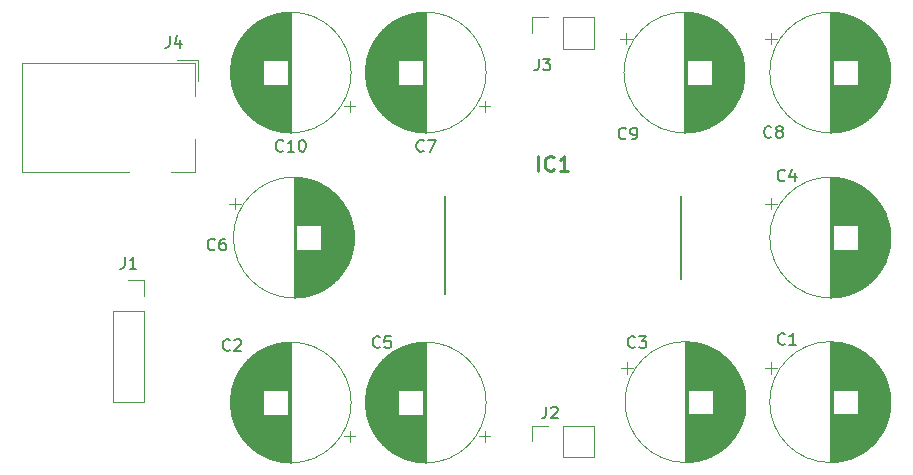
<source format=gbr>
G04 #@! TF.GenerationSoftware,KiCad,Pcbnew,(5.1.5)-3*
G04 #@! TF.CreationDate,2019-12-25T13:57:40+05:30*
G04 #@! TF.ProjectId,aniket,616e696b-6574-42e6-9b69-6361645f7063,rev?*
G04 #@! TF.SameCoordinates,Original*
G04 #@! TF.FileFunction,Legend,Top*
G04 #@! TF.FilePolarity,Positive*
%FSLAX46Y46*%
G04 Gerber Fmt 4.6, Leading zero omitted, Abs format (unit mm)*
G04 Created by KiCad (PCBNEW (5.1.5)-3) date 2019-12-25 13:57:40*
%MOMM*%
%LPD*%
G04 APERTURE LIST*
%ADD10C,0.120000*%
%ADD11C,0.200000*%
%ADD12C,0.150000*%
%ADD13C,0.254000*%
G04 APERTURE END LIST*
D10*
X110875000Y-88065000D02*
X110875000Y-89065000D01*
X110375000Y-88565000D02*
X111375000Y-88565000D01*
X120935646Y-90841000D02*
X120935646Y-92039000D01*
X120895646Y-90578000D02*
X120895646Y-92302000D01*
X120855646Y-90378000D02*
X120855646Y-92502000D01*
X120815646Y-90210000D02*
X120815646Y-92670000D01*
X120775646Y-90062000D02*
X120775646Y-92818000D01*
X120735646Y-89930000D02*
X120735646Y-92950000D01*
X120695646Y-89810000D02*
X120695646Y-93070000D01*
X120655646Y-89698000D02*
X120655646Y-93182000D01*
X120615646Y-89594000D02*
X120615646Y-93286000D01*
X120575646Y-89496000D02*
X120575646Y-93384000D01*
X120535646Y-89403000D02*
X120535646Y-93477000D01*
X120495646Y-89315000D02*
X120495646Y-93565000D01*
X120455646Y-89231000D02*
X120455646Y-93649000D01*
X120415646Y-89151000D02*
X120415646Y-93729000D01*
X120375646Y-89075000D02*
X120375646Y-93805000D01*
X120335646Y-89001000D02*
X120335646Y-93879000D01*
X120295646Y-88930000D02*
X120295646Y-93950000D01*
X120255646Y-88861000D02*
X120255646Y-94019000D01*
X120215646Y-88795000D02*
X120215646Y-94085000D01*
X120175646Y-88731000D02*
X120175646Y-94149000D01*
X120135646Y-88670000D02*
X120135646Y-94210000D01*
X120095646Y-88610000D02*
X120095646Y-94270000D01*
X120055646Y-88551000D02*
X120055646Y-94329000D01*
X120015646Y-88495000D02*
X120015646Y-94385000D01*
X119975646Y-88440000D02*
X119975646Y-94440000D01*
X119935646Y-88386000D02*
X119935646Y-94494000D01*
X119895646Y-88334000D02*
X119895646Y-94546000D01*
X119855646Y-88284000D02*
X119855646Y-94596000D01*
X119815646Y-88234000D02*
X119815646Y-94646000D01*
X119775646Y-88186000D02*
X119775646Y-94694000D01*
X119735646Y-88139000D02*
X119735646Y-94741000D01*
X119695646Y-88093000D02*
X119695646Y-94787000D01*
X119655646Y-88048000D02*
X119655646Y-94832000D01*
X119615646Y-88004000D02*
X119615646Y-94876000D01*
X119575646Y-87962000D02*
X119575646Y-94918000D01*
X119535646Y-87920000D02*
X119535646Y-94960000D01*
X119495646Y-87879000D02*
X119495646Y-95001000D01*
X119455646Y-87839000D02*
X119455646Y-95041000D01*
X119415646Y-87800000D02*
X119415646Y-95080000D01*
X119375646Y-87761000D02*
X119375646Y-95119000D01*
X119335646Y-87724000D02*
X119335646Y-95156000D01*
X119295646Y-87687000D02*
X119295646Y-95193000D01*
X119255646Y-87651000D02*
X119255646Y-95229000D01*
X119215646Y-87616000D02*
X119215646Y-95264000D01*
X119175646Y-87582000D02*
X119175646Y-95298000D01*
X119135646Y-87548000D02*
X119135646Y-95332000D01*
X119095646Y-87515000D02*
X119095646Y-95365000D01*
X119055646Y-87483000D02*
X119055646Y-95397000D01*
X119015646Y-87451000D02*
X119015646Y-95429000D01*
X118975646Y-87420000D02*
X118975646Y-95460000D01*
X118935646Y-87390000D02*
X118935646Y-95490000D01*
X118895646Y-87360000D02*
X118895646Y-95520000D01*
X118855646Y-87330000D02*
X118855646Y-95550000D01*
X118815646Y-87302000D02*
X118815646Y-95578000D01*
X118775646Y-87274000D02*
X118775646Y-95606000D01*
X118735646Y-87246000D02*
X118735646Y-95634000D01*
X118695646Y-87219000D02*
X118695646Y-95661000D01*
X118655646Y-87193000D02*
X118655646Y-95687000D01*
X118615646Y-87167000D02*
X118615646Y-95713000D01*
X118575646Y-87142000D02*
X118575646Y-95738000D01*
X118535646Y-87117000D02*
X118535646Y-95763000D01*
X118495646Y-87093000D02*
X118495646Y-95787000D01*
X118455646Y-87069000D02*
X118455646Y-95811000D01*
X118415646Y-87045000D02*
X118415646Y-95835000D01*
X118375646Y-87023000D02*
X118375646Y-95857000D01*
X118335646Y-87000000D02*
X118335646Y-95880000D01*
X118295646Y-86978000D02*
X118295646Y-95902000D01*
X118255646Y-86957000D02*
X118255646Y-95923000D01*
X118215646Y-86936000D02*
X118215646Y-95944000D01*
X118175646Y-86915000D02*
X118175646Y-95965000D01*
X118135646Y-92480000D02*
X118135646Y-95985000D01*
X118135646Y-86895000D02*
X118135646Y-90400000D01*
X118095646Y-92480000D02*
X118095646Y-96004000D01*
X118095646Y-86876000D02*
X118095646Y-90400000D01*
X118055646Y-92480000D02*
X118055646Y-96024000D01*
X118055646Y-86856000D02*
X118055646Y-90400000D01*
X118015646Y-92480000D02*
X118015646Y-96043000D01*
X118015646Y-86837000D02*
X118015646Y-90400000D01*
X117975646Y-92480000D02*
X117975646Y-96061000D01*
X117975646Y-86819000D02*
X117975646Y-90400000D01*
X117935646Y-92480000D02*
X117935646Y-96079000D01*
X117935646Y-86801000D02*
X117935646Y-90400000D01*
X117895646Y-92480000D02*
X117895646Y-96097000D01*
X117895646Y-86783000D02*
X117895646Y-90400000D01*
X117855646Y-92480000D02*
X117855646Y-96114000D01*
X117855646Y-86766000D02*
X117855646Y-90400000D01*
X117815646Y-92480000D02*
X117815646Y-96130000D01*
X117815646Y-86750000D02*
X117815646Y-90400000D01*
X117775646Y-92480000D02*
X117775646Y-96147000D01*
X117775646Y-86733000D02*
X117775646Y-90400000D01*
X117735646Y-92480000D02*
X117735646Y-96163000D01*
X117735646Y-86717000D02*
X117735646Y-90400000D01*
X117695646Y-92480000D02*
X117695646Y-96178000D01*
X117695646Y-86702000D02*
X117695646Y-90400000D01*
X117655646Y-92480000D02*
X117655646Y-96194000D01*
X117655646Y-86686000D02*
X117655646Y-90400000D01*
X117615646Y-92480000D02*
X117615646Y-96208000D01*
X117615646Y-86672000D02*
X117615646Y-90400000D01*
X117575646Y-92480000D02*
X117575646Y-96223000D01*
X117575646Y-86657000D02*
X117575646Y-90400000D01*
X117535646Y-92480000D02*
X117535646Y-96237000D01*
X117535646Y-86643000D02*
X117535646Y-90400000D01*
X117495646Y-92480000D02*
X117495646Y-96251000D01*
X117495646Y-86629000D02*
X117495646Y-90400000D01*
X117455646Y-92480000D02*
X117455646Y-96264000D01*
X117455646Y-86616000D02*
X117455646Y-90400000D01*
X117415646Y-92480000D02*
X117415646Y-96277000D01*
X117415646Y-86603000D02*
X117415646Y-90400000D01*
X117375646Y-92480000D02*
X117375646Y-96290000D01*
X117375646Y-86590000D02*
X117375646Y-90400000D01*
X117335646Y-92480000D02*
X117335646Y-96302000D01*
X117335646Y-86578000D02*
X117335646Y-90400000D01*
X117295646Y-92480000D02*
X117295646Y-96314000D01*
X117295646Y-86566000D02*
X117295646Y-90400000D01*
X117255646Y-92480000D02*
X117255646Y-96325000D01*
X117255646Y-86555000D02*
X117255646Y-90400000D01*
X117215646Y-92480000D02*
X117215646Y-96337000D01*
X117215646Y-86543000D02*
X117215646Y-90400000D01*
X117175646Y-92480000D02*
X117175646Y-96347000D01*
X117175646Y-86533000D02*
X117175646Y-90400000D01*
X117135646Y-92480000D02*
X117135646Y-96358000D01*
X117135646Y-86522000D02*
X117135646Y-90400000D01*
X117095646Y-92480000D02*
X117095646Y-96368000D01*
X117095646Y-86512000D02*
X117095646Y-90400000D01*
X117055646Y-92480000D02*
X117055646Y-96378000D01*
X117055646Y-86502000D02*
X117055646Y-90400000D01*
X117015646Y-92480000D02*
X117015646Y-96387000D01*
X117015646Y-86493000D02*
X117015646Y-90400000D01*
X116975646Y-92480000D02*
X116975646Y-96396000D01*
X116975646Y-86484000D02*
X116975646Y-90400000D01*
X116935646Y-92480000D02*
X116935646Y-96405000D01*
X116935646Y-86475000D02*
X116935646Y-90400000D01*
X116895646Y-92480000D02*
X116895646Y-96414000D01*
X116895646Y-86466000D02*
X116895646Y-90400000D01*
X116855646Y-92480000D02*
X116855646Y-96422000D01*
X116855646Y-86458000D02*
X116855646Y-90400000D01*
X116815646Y-92480000D02*
X116815646Y-96430000D01*
X116815646Y-86450000D02*
X116815646Y-90400000D01*
X116775646Y-92480000D02*
X116775646Y-96437000D01*
X116775646Y-86443000D02*
X116775646Y-90400000D01*
X116735646Y-92480000D02*
X116735646Y-96444000D01*
X116735646Y-86436000D02*
X116735646Y-90400000D01*
X116695646Y-92480000D02*
X116695646Y-96451000D01*
X116695646Y-86429000D02*
X116695646Y-90400000D01*
X116655646Y-92480000D02*
X116655646Y-96458000D01*
X116655646Y-86422000D02*
X116655646Y-90400000D01*
X116615646Y-92480000D02*
X116615646Y-96464000D01*
X116615646Y-86416000D02*
X116615646Y-90400000D01*
X116575646Y-92480000D02*
X116575646Y-96470000D01*
X116575646Y-86410000D02*
X116575646Y-90400000D01*
X116534646Y-92480000D02*
X116534646Y-96475000D01*
X116534646Y-86405000D02*
X116534646Y-90400000D01*
X116494646Y-92480000D02*
X116494646Y-96480000D01*
X116494646Y-86400000D02*
X116494646Y-90400000D01*
X116454646Y-92480000D02*
X116454646Y-96485000D01*
X116454646Y-86395000D02*
X116454646Y-90400000D01*
X116414646Y-92480000D02*
X116414646Y-96490000D01*
X116414646Y-86390000D02*
X116414646Y-90400000D01*
X116374646Y-92480000D02*
X116374646Y-96494000D01*
X116374646Y-86386000D02*
X116374646Y-90400000D01*
X116334646Y-92480000D02*
X116334646Y-96498000D01*
X116334646Y-86382000D02*
X116334646Y-90400000D01*
X116294646Y-92480000D02*
X116294646Y-96502000D01*
X116294646Y-86378000D02*
X116294646Y-90400000D01*
X116254646Y-92480000D02*
X116254646Y-96505000D01*
X116254646Y-86375000D02*
X116254646Y-90400000D01*
X116214646Y-92480000D02*
X116214646Y-96508000D01*
X116214646Y-86372000D02*
X116214646Y-90400000D01*
X116174646Y-92480000D02*
X116174646Y-96510000D01*
X116174646Y-86370000D02*
X116174646Y-90400000D01*
X116134646Y-92480000D02*
X116134646Y-96513000D01*
X116134646Y-86367000D02*
X116134646Y-90400000D01*
X116094646Y-92480000D02*
X116094646Y-96515000D01*
X116094646Y-86365000D02*
X116094646Y-90400000D01*
X116054646Y-86363000D02*
X116054646Y-96517000D01*
X116014646Y-86362000D02*
X116014646Y-96518000D01*
X115974646Y-86361000D02*
X115974646Y-96519000D01*
X115934646Y-86360000D02*
X115934646Y-96520000D01*
X115894646Y-86360000D02*
X115894646Y-96520000D01*
X115854646Y-86360000D02*
X115854646Y-96520000D01*
X120974646Y-91440000D02*
G75*
G03X120974646Y-91440000I-5120000J0D01*
G01*
X156290354Y-74095000D02*
X156290354Y-75095000D01*
X155790354Y-74595000D02*
X156790354Y-74595000D01*
X166351000Y-76871000D02*
X166351000Y-78069000D01*
X166311000Y-76608000D02*
X166311000Y-78332000D01*
X166271000Y-76408000D02*
X166271000Y-78532000D01*
X166231000Y-76240000D02*
X166231000Y-78700000D01*
X166191000Y-76092000D02*
X166191000Y-78848000D01*
X166151000Y-75960000D02*
X166151000Y-78980000D01*
X166111000Y-75840000D02*
X166111000Y-79100000D01*
X166071000Y-75728000D02*
X166071000Y-79212000D01*
X166031000Y-75624000D02*
X166031000Y-79316000D01*
X165991000Y-75526000D02*
X165991000Y-79414000D01*
X165951000Y-75433000D02*
X165951000Y-79507000D01*
X165911000Y-75345000D02*
X165911000Y-79595000D01*
X165871000Y-75261000D02*
X165871000Y-79679000D01*
X165831000Y-75181000D02*
X165831000Y-79759000D01*
X165791000Y-75105000D02*
X165791000Y-79835000D01*
X165751000Y-75031000D02*
X165751000Y-79909000D01*
X165711000Y-74960000D02*
X165711000Y-79980000D01*
X165671000Y-74891000D02*
X165671000Y-80049000D01*
X165631000Y-74825000D02*
X165631000Y-80115000D01*
X165591000Y-74761000D02*
X165591000Y-80179000D01*
X165551000Y-74700000D02*
X165551000Y-80240000D01*
X165511000Y-74640000D02*
X165511000Y-80300000D01*
X165471000Y-74581000D02*
X165471000Y-80359000D01*
X165431000Y-74525000D02*
X165431000Y-80415000D01*
X165391000Y-74470000D02*
X165391000Y-80470000D01*
X165351000Y-74416000D02*
X165351000Y-80524000D01*
X165311000Y-74364000D02*
X165311000Y-80576000D01*
X165271000Y-74314000D02*
X165271000Y-80626000D01*
X165231000Y-74264000D02*
X165231000Y-80676000D01*
X165191000Y-74216000D02*
X165191000Y-80724000D01*
X165151000Y-74169000D02*
X165151000Y-80771000D01*
X165111000Y-74123000D02*
X165111000Y-80817000D01*
X165071000Y-74078000D02*
X165071000Y-80862000D01*
X165031000Y-74034000D02*
X165031000Y-80906000D01*
X164991000Y-73992000D02*
X164991000Y-80948000D01*
X164951000Y-73950000D02*
X164951000Y-80990000D01*
X164911000Y-73909000D02*
X164911000Y-81031000D01*
X164871000Y-73869000D02*
X164871000Y-81071000D01*
X164831000Y-73830000D02*
X164831000Y-81110000D01*
X164791000Y-73791000D02*
X164791000Y-81149000D01*
X164751000Y-73754000D02*
X164751000Y-81186000D01*
X164711000Y-73717000D02*
X164711000Y-81223000D01*
X164671000Y-73681000D02*
X164671000Y-81259000D01*
X164631000Y-73646000D02*
X164631000Y-81294000D01*
X164591000Y-73612000D02*
X164591000Y-81328000D01*
X164551000Y-73578000D02*
X164551000Y-81362000D01*
X164511000Y-73545000D02*
X164511000Y-81395000D01*
X164471000Y-73513000D02*
X164471000Y-81427000D01*
X164431000Y-73481000D02*
X164431000Y-81459000D01*
X164391000Y-73450000D02*
X164391000Y-81490000D01*
X164351000Y-73420000D02*
X164351000Y-81520000D01*
X164311000Y-73390000D02*
X164311000Y-81550000D01*
X164271000Y-73360000D02*
X164271000Y-81580000D01*
X164231000Y-73332000D02*
X164231000Y-81608000D01*
X164191000Y-73304000D02*
X164191000Y-81636000D01*
X164151000Y-73276000D02*
X164151000Y-81664000D01*
X164111000Y-73249000D02*
X164111000Y-81691000D01*
X164071000Y-73223000D02*
X164071000Y-81717000D01*
X164031000Y-73197000D02*
X164031000Y-81743000D01*
X163991000Y-73172000D02*
X163991000Y-81768000D01*
X163951000Y-73147000D02*
X163951000Y-81793000D01*
X163911000Y-73123000D02*
X163911000Y-81817000D01*
X163871000Y-73099000D02*
X163871000Y-81841000D01*
X163831000Y-73075000D02*
X163831000Y-81865000D01*
X163791000Y-73053000D02*
X163791000Y-81887000D01*
X163751000Y-73030000D02*
X163751000Y-81910000D01*
X163711000Y-73008000D02*
X163711000Y-81932000D01*
X163671000Y-72987000D02*
X163671000Y-81953000D01*
X163631000Y-72966000D02*
X163631000Y-81974000D01*
X163591000Y-72945000D02*
X163591000Y-81995000D01*
X163551000Y-78510000D02*
X163551000Y-82015000D01*
X163551000Y-72925000D02*
X163551000Y-76430000D01*
X163511000Y-78510000D02*
X163511000Y-82034000D01*
X163511000Y-72906000D02*
X163511000Y-76430000D01*
X163471000Y-78510000D02*
X163471000Y-82054000D01*
X163471000Y-72886000D02*
X163471000Y-76430000D01*
X163431000Y-78510000D02*
X163431000Y-82073000D01*
X163431000Y-72867000D02*
X163431000Y-76430000D01*
X163391000Y-78510000D02*
X163391000Y-82091000D01*
X163391000Y-72849000D02*
X163391000Y-76430000D01*
X163351000Y-78510000D02*
X163351000Y-82109000D01*
X163351000Y-72831000D02*
X163351000Y-76430000D01*
X163311000Y-78510000D02*
X163311000Y-82127000D01*
X163311000Y-72813000D02*
X163311000Y-76430000D01*
X163271000Y-78510000D02*
X163271000Y-82144000D01*
X163271000Y-72796000D02*
X163271000Y-76430000D01*
X163231000Y-78510000D02*
X163231000Y-82160000D01*
X163231000Y-72780000D02*
X163231000Y-76430000D01*
X163191000Y-78510000D02*
X163191000Y-82177000D01*
X163191000Y-72763000D02*
X163191000Y-76430000D01*
X163151000Y-78510000D02*
X163151000Y-82193000D01*
X163151000Y-72747000D02*
X163151000Y-76430000D01*
X163111000Y-78510000D02*
X163111000Y-82208000D01*
X163111000Y-72732000D02*
X163111000Y-76430000D01*
X163071000Y-78510000D02*
X163071000Y-82224000D01*
X163071000Y-72716000D02*
X163071000Y-76430000D01*
X163031000Y-78510000D02*
X163031000Y-82238000D01*
X163031000Y-72702000D02*
X163031000Y-76430000D01*
X162991000Y-78510000D02*
X162991000Y-82253000D01*
X162991000Y-72687000D02*
X162991000Y-76430000D01*
X162951000Y-78510000D02*
X162951000Y-82267000D01*
X162951000Y-72673000D02*
X162951000Y-76430000D01*
X162911000Y-78510000D02*
X162911000Y-82281000D01*
X162911000Y-72659000D02*
X162911000Y-76430000D01*
X162871000Y-78510000D02*
X162871000Y-82294000D01*
X162871000Y-72646000D02*
X162871000Y-76430000D01*
X162831000Y-78510000D02*
X162831000Y-82307000D01*
X162831000Y-72633000D02*
X162831000Y-76430000D01*
X162791000Y-78510000D02*
X162791000Y-82320000D01*
X162791000Y-72620000D02*
X162791000Y-76430000D01*
X162751000Y-78510000D02*
X162751000Y-82332000D01*
X162751000Y-72608000D02*
X162751000Y-76430000D01*
X162711000Y-78510000D02*
X162711000Y-82344000D01*
X162711000Y-72596000D02*
X162711000Y-76430000D01*
X162671000Y-78510000D02*
X162671000Y-82355000D01*
X162671000Y-72585000D02*
X162671000Y-76430000D01*
X162631000Y-78510000D02*
X162631000Y-82367000D01*
X162631000Y-72573000D02*
X162631000Y-76430000D01*
X162591000Y-78510000D02*
X162591000Y-82377000D01*
X162591000Y-72563000D02*
X162591000Y-76430000D01*
X162551000Y-78510000D02*
X162551000Y-82388000D01*
X162551000Y-72552000D02*
X162551000Y-76430000D01*
X162511000Y-78510000D02*
X162511000Y-82398000D01*
X162511000Y-72542000D02*
X162511000Y-76430000D01*
X162471000Y-78510000D02*
X162471000Y-82408000D01*
X162471000Y-72532000D02*
X162471000Y-76430000D01*
X162431000Y-78510000D02*
X162431000Y-82417000D01*
X162431000Y-72523000D02*
X162431000Y-76430000D01*
X162391000Y-78510000D02*
X162391000Y-82426000D01*
X162391000Y-72514000D02*
X162391000Y-76430000D01*
X162351000Y-78510000D02*
X162351000Y-82435000D01*
X162351000Y-72505000D02*
X162351000Y-76430000D01*
X162311000Y-78510000D02*
X162311000Y-82444000D01*
X162311000Y-72496000D02*
X162311000Y-76430000D01*
X162271000Y-78510000D02*
X162271000Y-82452000D01*
X162271000Y-72488000D02*
X162271000Y-76430000D01*
X162231000Y-78510000D02*
X162231000Y-82460000D01*
X162231000Y-72480000D02*
X162231000Y-76430000D01*
X162191000Y-78510000D02*
X162191000Y-82467000D01*
X162191000Y-72473000D02*
X162191000Y-76430000D01*
X162151000Y-78510000D02*
X162151000Y-82474000D01*
X162151000Y-72466000D02*
X162151000Y-76430000D01*
X162111000Y-78510000D02*
X162111000Y-82481000D01*
X162111000Y-72459000D02*
X162111000Y-76430000D01*
X162071000Y-78510000D02*
X162071000Y-82488000D01*
X162071000Y-72452000D02*
X162071000Y-76430000D01*
X162031000Y-78510000D02*
X162031000Y-82494000D01*
X162031000Y-72446000D02*
X162031000Y-76430000D01*
X161991000Y-78510000D02*
X161991000Y-82500000D01*
X161991000Y-72440000D02*
X161991000Y-76430000D01*
X161950000Y-78510000D02*
X161950000Y-82505000D01*
X161950000Y-72435000D02*
X161950000Y-76430000D01*
X161910000Y-78510000D02*
X161910000Y-82510000D01*
X161910000Y-72430000D02*
X161910000Y-76430000D01*
X161870000Y-78510000D02*
X161870000Y-82515000D01*
X161870000Y-72425000D02*
X161870000Y-76430000D01*
X161830000Y-78510000D02*
X161830000Y-82520000D01*
X161830000Y-72420000D02*
X161830000Y-76430000D01*
X161790000Y-78510000D02*
X161790000Y-82524000D01*
X161790000Y-72416000D02*
X161790000Y-76430000D01*
X161750000Y-78510000D02*
X161750000Y-82528000D01*
X161750000Y-72412000D02*
X161750000Y-76430000D01*
X161710000Y-78510000D02*
X161710000Y-82532000D01*
X161710000Y-72408000D02*
X161710000Y-76430000D01*
X161670000Y-78510000D02*
X161670000Y-82535000D01*
X161670000Y-72405000D02*
X161670000Y-76430000D01*
X161630000Y-78510000D02*
X161630000Y-82538000D01*
X161630000Y-72402000D02*
X161630000Y-76430000D01*
X161590000Y-78510000D02*
X161590000Y-82540000D01*
X161590000Y-72400000D02*
X161590000Y-76430000D01*
X161550000Y-78510000D02*
X161550000Y-82543000D01*
X161550000Y-72397000D02*
X161550000Y-76430000D01*
X161510000Y-78510000D02*
X161510000Y-82545000D01*
X161510000Y-72395000D02*
X161510000Y-76430000D01*
X161470000Y-72393000D02*
X161470000Y-82547000D01*
X161430000Y-72392000D02*
X161430000Y-82548000D01*
X161390000Y-72391000D02*
X161390000Y-82549000D01*
X161350000Y-72390000D02*
X161350000Y-82550000D01*
X161310000Y-72390000D02*
X161310000Y-82550000D01*
X161270000Y-72390000D02*
X161270000Y-82550000D01*
X166390000Y-77470000D02*
G75*
G03X166390000Y-77470000I-5120000J0D01*
G01*
X107720000Y-76440000D02*
X107720000Y-78180000D01*
X105980000Y-76440000D02*
X107720000Y-76440000D01*
X107480000Y-85880000D02*
X105480000Y-85880000D01*
X107480000Y-83080000D02*
X107480000Y-85880000D01*
X107480000Y-76680000D02*
X107480000Y-79480000D01*
X92880000Y-76680000D02*
X107480000Y-76680000D01*
X92880000Y-85880000D02*
X92880000Y-76680000D01*
X101880000Y-85880000D02*
X92880000Y-85880000D01*
X136045900Y-74129900D02*
X136045900Y-72799900D01*
X136045900Y-72799900D02*
X137375900Y-72799900D01*
X138645900Y-72799900D02*
X141245900Y-72799900D01*
X141245900Y-75459900D02*
X141245900Y-72799900D01*
X138645900Y-75459900D02*
X141245900Y-75459900D01*
X138645900Y-75459900D02*
X138645900Y-72799900D01*
X136045900Y-108699300D02*
X136045900Y-107369300D01*
X136045900Y-107369300D02*
X137375900Y-107369300D01*
X138645900Y-107369300D02*
X141245900Y-107369300D01*
X141245900Y-110029300D02*
X141245900Y-107369300D01*
X138645900Y-110029300D02*
X141245900Y-110029300D01*
X138645900Y-110029300D02*
X138645900Y-107369300D01*
X101854000Y-95063000D02*
X103184000Y-95063000D01*
X103184000Y-95063000D02*
X103184000Y-96393000D01*
X103184000Y-97663000D02*
X103184000Y-105343000D01*
X100524000Y-105343000D02*
X103184000Y-105343000D01*
X100524000Y-97663000D02*
X100524000Y-105343000D01*
X100524000Y-97663000D02*
X103184000Y-97663000D01*
D11*
X148625900Y-94989600D02*
X148625900Y-87889600D01*
X128625900Y-96239600D02*
X128625900Y-87889600D01*
D10*
X120569646Y-80845000D02*
X120569646Y-79845000D01*
X121069646Y-80345000D02*
X120069646Y-80345000D01*
X110509000Y-78069000D02*
X110509000Y-76871000D01*
X110549000Y-78332000D02*
X110549000Y-76608000D01*
X110589000Y-78532000D02*
X110589000Y-76408000D01*
X110629000Y-78700000D02*
X110629000Y-76240000D01*
X110669000Y-78848000D02*
X110669000Y-76092000D01*
X110709000Y-78980000D02*
X110709000Y-75960000D01*
X110749000Y-79100000D02*
X110749000Y-75840000D01*
X110789000Y-79212000D02*
X110789000Y-75728000D01*
X110829000Y-79316000D02*
X110829000Y-75624000D01*
X110869000Y-79414000D02*
X110869000Y-75526000D01*
X110909000Y-79507000D02*
X110909000Y-75433000D01*
X110949000Y-79595000D02*
X110949000Y-75345000D01*
X110989000Y-79679000D02*
X110989000Y-75261000D01*
X111029000Y-79759000D02*
X111029000Y-75181000D01*
X111069000Y-79835000D02*
X111069000Y-75105000D01*
X111109000Y-79909000D02*
X111109000Y-75031000D01*
X111149000Y-79980000D02*
X111149000Y-74960000D01*
X111189000Y-80049000D02*
X111189000Y-74891000D01*
X111229000Y-80115000D02*
X111229000Y-74825000D01*
X111269000Y-80179000D02*
X111269000Y-74761000D01*
X111309000Y-80240000D02*
X111309000Y-74700000D01*
X111349000Y-80300000D02*
X111349000Y-74640000D01*
X111389000Y-80359000D02*
X111389000Y-74581000D01*
X111429000Y-80415000D02*
X111429000Y-74525000D01*
X111469000Y-80470000D02*
X111469000Y-74470000D01*
X111509000Y-80524000D02*
X111509000Y-74416000D01*
X111549000Y-80576000D02*
X111549000Y-74364000D01*
X111589000Y-80626000D02*
X111589000Y-74314000D01*
X111629000Y-80676000D02*
X111629000Y-74264000D01*
X111669000Y-80724000D02*
X111669000Y-74216000D01*
X111709000Y-80771000D02*
X111709000Y-74169000D01*
X111749000Y-80817000D02*
X111749000Y-74123000D01*
X111789000Y-80862000D02*
X111789000Y-74078000D01*
X111829000Y-80906000D02*
X111829000Y-74034000D01*
X111869000Y-80948000D02*
X111869000Y-73992000D01*
X111909000Y-80990000D02*
X111909000Y-73950000D01*
X111949000Y-81031000D02*
X111949000Y-73909000D01*
X111989000Y-81071000D02*
X111989000Y-73869000D01*
X112029000Y-81110000D02*
X112029000Y-73830000D01*
X112069000Y-81149000D02*
X112069000Y-73791000D01*
X112109000Y-81186000D02*
X112109000Y-73754000D01*
X112149000Y-81223000D02*
X112149000Y-73717000D01*
X112189000Y-81259000D02*
X112189000Y-73681000D01*
X112229000Y-81294000D02*
X112229000Y-73646000D01*
X112269000Y-81328000D02*
X112269000Y-73612000D01*
X112309000Y-81362000D02*
X112309000Y-73578000D01*
X112349000Y-81395000D02*
X112349000Y-73545000D01*
X112389000Y-81427000D02*
X112389000Y-73513000D01*
X112429000Y-81459000D02*
X112429000Y-73481000D01*
X112469000Y-81490000D02*
X112469000Y-73450000D01*
X112509000Y-81520000D02*
X112509000Y-73420000D01*
X112549000Y-81550000D02*
X112549000Y-73390000D01*
X112589000Y-81580000D02*
X112589000Y-73360000D01*
X112629000Y-81608000D02*
X112629000Y-73332000D01*
X112669000Y-81636000D02*
X112669000Y-73304000D01*
X112709000Y-81664000D02*
X112709000Y-73276000D01*
X112749000Y-81691000D02*
X112749000Y-73249000D01*
X112789000Y-81717000D02*
X112789000Y-73223000D01*
X112829000Y-81743000D02*
X112829000Y-73197000D01*
X112869000Y-81768000D02*
X112869000Y-73172000D01*
X112909000Y-81793000D02*
X112909000Y-73147000D01*
X112949000Y-81817000D02*
X112949000Y-73123000D01*
X112989000Y-81841000D02*
X112989000Y-73099000D01*
X113029000Y-81865000D02*
X113029000Y-73075000D01*
X113069000Y-81887000D02*
X113069000Y-73053000D01*
X113109000Y-81910000D02*
X113109000Y-73030000D01*
X113149000Y-81932000D02*
X113149000Y-73008000D01*
X113189000Y-81953000D02*
X113189000Y-72987000D01*
X113229000Y-81974000D02*
X113229000Y-72966000D01*
X113269000Y-81995000D02*
X113269000Y-72945000D01*
X113309000Y-76430000D02*
X113309000Y-72925000D01*
X113309000Y-82015000D02*
X113309000Y-78510000D01*
X113349000Y-76430000D02*
X113349000Y-72906000D01*
X113349000Y-82034000D02*
X113349000Y-78510000D01*
X113389000Y-76430000D02*
X113389000Y-72886000D01*
X113389000Y-82054000D02*
X113389000Y-78510000D01*
X113429000Y-76430000D02*
X113429000Y-72867000D01*
X113429000Y-82073000D02*
X113429000Y-78510000D01*
X113469000Y-76430000D02*
X113469000Y-72849000D01*
X113469000Y-82091000D02*
X113469000Y-78510000D01*
X113509000Y-76430000D02*
X113509000Y-72831000D01*
X113509000Y-82109000D02*
X113509000Y-78510000D01*
X113549000Y-76430000D02*
X113549000Y-72813000D01*
X113549000Y-82127000D02*
X113549000Y-78510000D01*
X113589000Y-76430000D02*
X113589000Y-72796000D01*
X113589000Y-82144000D02*
X113589000Y-78510000D01*
X113629000Y-76430000D02*
X113629000Y-72780000D01*
X113629000Y-82160000D02*
X113629000Y-78510000D01*
X113669000Y-76430000D02*
X113669000Y-72763000D01*
X113669000Y-82177000D02*
X113669000Y-78510000D01*
X113709000Y-76430000D02*
X113709000Y-72747000D01*
X113709000Y-82193000D02*
X113709000Y-78510000D01*
X113749000Y-76430000D02*
X113749000Y-72732000D01*
X113749000Y-82208000D02*
X113749000Y-78510000D01*
X113789000Y-76430000D02*
X113789000Y-72716000D01*
X113789000Y-82224000D02*
X113789000Y-78510000D01*
X113829000Y-76430000D02*
X113829000Y-72702000D01*
X113829000Y-82238000D02*
X113829000Y-78510000D01*
X113869000Y-76430000D02*
X113869000Y-72687000D01*
X113869000Y-82253000D02*
X113869000Y-78510000D01*
X113909000Y-76430000D02*
X113909000Y-72673000D01*
X113909000Y-82267000D02*
X113909000Y-78510000D01*
X113949000Y-76430000D02*
X113949000Y-72659000D01*
X113949000Y-82281000D02*
X113949000Y-78510000D01*
X113989000Y-76430000D02*
X113989000Y-72646000D01*
X113989000Y-82294000D02*
X113989000Y-78510000D01*
X114029000Y-76430000D02*
X114029000Y-72633000D01*
X114029000Y-82307000D02*
X114029000Y-78510000D01*
X114069000Y-76430000D02*
X114069000Y-72620000D01*
X114069000Y-82320000D02*
X114069000Y-78510000D01*
X114109000Y-76430000D02*
X114109000Y-72608000D01*
X114109000Y-82332000D02*
X114109000Y-78510000D01*
X114149000Y-76430000D02*
X114149000Y-72596000D01*
X114149000Y-82344000D02*
X114149000Y-78510000D01*
X114189000Y-76430000D02*
X114189000Y-72585000D01*
X114189000Y-82355000D02*
X114189000Y-78510000D01*
X114229000Y-76430000D02*
X114229000Y-72573000D01*
X114229000Y-82367000D02*
X114229000Y-78510000D01*
X114269000Y-76430000D02*
X114269000Y-72563000D01*
X114269000Y-82377000D02*
X114269000Y-78510000D01*
X114309000Y-76430000D02*
X114309000Y-72552000D01*
X114309000Y-82388000D02*
X114309000Y-78510000D01*
X114349000Y-76430000D02*
X114349000Y-72542000D01*
X114349000Y-82398000D02*
X114349000Y-78510000D01*
X114389000Y-76430000D02*
X114389000Y-72532000D01*
X114389000Y-82408000D02*
X114389000Y-78510000D01*
X114429000Y-76430000D02*
X114429000Y-72523000D01*
X114429000Y-82417000D02*
X114429000Y-78510000D01*
X114469000Y-76430000D02*
X114469000Y-72514000D01*
X114469000Y-82426000D02*
X114469000Y-78510000D01*
X114509000Y-76430000D02*
X114509000Y-72505000D01*
X114509000Y-82435000D02*
X114509000Y-78510000D01*
X114549000Y-76430000D02*
X114549000Y-72496000D01*
X114549000Y-82444000D02*
X114549000Y-78510000D01*
X114589000Y-76430000D02*
X114589000Y-72488000D01*
X114589000Y-82452000D02*
X114589000Y-78510000D01*
X114629000Y-76430000D02*
X114629000Y-72480000D01*
X114629000Y-82460000D02*
X114629000Y-78510000D01*
X114669000Y-76430000D02*
X114669000Y-72473000D01*
X114669000Y-82467000D02*
X114669000Y-78510000D01*
X114709000Y-76430000D02*
X114709000Y-72466000D01*
X114709000Y-82474000D02*
X114709000Y-78510000D01*
X114749000Y-76430000D02*
X114749000Y-72459000D01*
X114749000Y-82481000D02*
X114749000Y-78510000D01*
X114789000Y-76430000D02*
X114789000Y-72452000D01*
X114789000Y-82488000D02*
X114789000Y-78510000D01*
X114829000Y-76430000D02*
X114829000Y-72446000D01*
X114829000Y-82494000D02*
X114829000Y-78510000D01*
X114869000Y-76430000D02*
X114869000Y-72440000D01*
X114869000Y-82500000D02*
X114869000Y-78510000D01*
X114910000Y-76430000D02*
X114910000Y-72435000D01*
X114910000Y-82505000D02*
X114910000Y-78510000D01*
X114950000Y-76430000D02*
X114950000Y-72430000D01*
X114950000Y-82510000D02*
X114950000Y-78510000D01*
X114990000Y-76430000D02*
X114990000Y-72425000D01*
X114990000Y-82515000D02*
X114990000Y-78510000D01*
X115030000Y-76430000D02*
X115030000Y-72420000D01*
X115030000Y-82520000D02*
X115030000Y-78510000D01*
X115070000Y-76430000D02*
X115070000Y-72416000D01*
X115070000Y-82524000D02*
X115070000Y-78510000D01*
X115110000Y-76430000D02*
X115110000Y-72412000D01*
X115110000Y-82528000D02*
X115110000Y-78510000D01*
X115150000Y-76430000D02*
X115150000Y-72408000D01*
X115150000Y-82532000D02*
X115150000Y-78510000D01*
X115190000Y-76430000D02*
X115190000Y-72405000D01*
X115190000Y-82535000D02*
X115190000Y-78510000D01*
X115230000Y-76430000D02*
X115230000Y-72402000D01*
X115230000Y-82538000D02*
X115230000Y-78510000D01*
X115270000Y-76430000D02*
X115270000Y-72400000D01*
X115270000Y-82540000D02*
X115270000Y-78510000D01*
X115310000Y-76430000D02*
X115310000Y-72397000D01*
X115310000Y-82543000D02*
X115310000Y-78510000D01*
X115350000Y-76430000D02*
X115350000Y-72395000D01*
X115350000Y-82545000D02*
X115350000Y-78510000D01*
X115390000Y-82547000D02*
X115390000Y-72393000D01*
X115430000Y-82548000D02*
X115430000Y-72392000D01*
X115470000Y-82549000D02*
X115470000Y-72391000D01*
X115510000Y-82550000D02*
X115510000Y-72390000D01*
X115550000Y-82550000D02*
X115550000Y-72390000D01*
X115590000Y-82550000D02*
X115590000Y-72390000D01*
X120710000Y-77470000D02*
G75*
G03X120710000Y-77470000I-5120000J0D01*
G01*
X143945954Y-74095000D02*
X143945954Y-75095000D01*
X143445954Y-74595000D02*
X144445954Y-74595000D01*
X154006600Y-76871000D02*
X154006600Y-78069000D01*
X153966600Y-76608000D02*
X153966600Y-78332000D01*
X153926600Y-76408000D02*
X153926600Y-78532000D01*
X153886600Y-76240000D02*
X153886600Y-78700000D01*
X153846600Y-76092000D02*
X153846600Y-78848000D01*
X153806600Y-75960000D02*
X153806600Y-78980000D01*
X153766600Y-75840000D02*
X153766600Y-79100000D01*
X153726600Y-75728000D02*
X153726600Y-79212000D01*
X153686600Y-75624000D02*
X153686600Y-79316000D01*
X153646600Y-75526000D02*
X153646600Y-79414000D01*
X153606600Y-75433000D02*
X153606600Y-79507000D01*
X153566600Y-75345000D02*
X153566600Y-79595000D01*
X153526600Y-75261000D02*
X153526600Y-79679000D01*
X153486600Y-75181000D02*
X153486600Y-79759000D01*
X153446600Y-75105000D02*
X153446600Y-79835000D01*
X153406600Y-75031000D02*
X153406600Y-79909000D01*
X153366600Y-74960000D02*
X153366600Y-79980000D01*
X153326600Y-74891000D02*
X153326600Y-80049000D01*
X153286600Y-74825000D02*
X153286600Y-80115000D01*
X153246600Y-74761000D02*
X153246600Y-80179000D01*
X153206600Y-74700000D02*
X153206600Y-80240000D01*
X153166600Y-74640000D02*
X153166600Y-80300000D01*
X153126600Y-74581000D02*
X153126600Y-80359000D01*
X153086600Y-74525000D02*
X153086600Y-80415000D01*
X153046600Y-74470000D02*
X153046600Y-80470000D01*
X153006600Y-74416000D02*
X153006600Y-80524000D01*
X152966600Y-74364000D02*
X152966600Y-80576000D01*
X152926600Y-74314000D02*
X152926600Y-80626000D01*
X152886600Y-74264000D02*
X152886600Y-80676000D01*
X152846600Y-74216000D02*
X152846600Y-80724000D01*
X152806600Y-74169000D02*
X152806600Y-80771000D01*
X152766600Y-74123000D02*
X152766600Y-80817000D01*
X152726600Y-74078000D02*
X152726600Y-80862000D01*
X152686600Y-74034000D02*
X152686600Y-80906000D01*
X152646600Y-73992000D02*
X152646600Y-80948000D01*
X152606600Y-73950000D02*
X152606600Y-80990000D01*
X152566600Y-73909000D02*
X152566600Y-81031000D01*
X152526600Y-73869000D02*
X152526600Y-81071000D01*
X152486600Y-73830000D02*
X152486600Y-81110000D01*
X152446600Y-73791000D02*
X152446600Y-81149000D01*
X152406600Y-73754000D02*
X152406600Y-81186000D01*
X152366600Y-73717000D02*
X152366600Y-81223000D01*
X152326600Y-73681000D02*
X152326600Y-81259000D01*
X152286600Y-73646000D02*
X152286600Y-81294000D01*
X152246600Y-73612000D02*
X152246600Y-81328000D01*
X152206600Y-73578000D02*
X152206600Y-81362000D01*
X152166600Y-73545000D02*
X152166600Y-81395000D01*
X152126600Y-73513000D02*
X152126600Y-81427000D01*
X152086600Y-73481000D02*
X152086600Y-81459000D01*
X152046600Y-73450000D02*
X152046600Y-81490000D01*
X152006600Y-73420000D02*
X152006600Y-81520000D01*
X151966600Y-73390000D02*
X151966600Y-81550000D01*
X151926600Y-73360000D02*
X151926600Y-81580000D01*
X151886600Y-73332000D02*
X151886600Y-81608000D01*
X151846600Y-73304000D02*
X151846600Y-81636000D01*
X151806600Y-73276000D02*
X151806600Y-81664000D01*
X151766600Y-73249000D02*
X151766600Y-81691000D01*
X151726600Y-73223000D02*
X151726600Y-81717000D01*
X151686600Y-73197000D02*
X151686600Y-81743000D01*
X151646600Y-73172000D02*
X151646600Y-81768000D01*
X151606600Y-73147000D02*
X151606600Y-81793000D01*
X151566600Y-73123000D02*
X151566600Y-81817000D01*
X151526600Y-73099000D02*
X151526600Y-81841000D01*
X151486600Y-73075000D02*
X151486600Y-81865000D01*
X151446600Y-73053000D02*
X151446600Y-81887000D01*
X151406600Y-73030000D02*
X151406600Y-81910000D01*
X151366600Y-73008000D02*
X151366600Y-81932000D01*
X151326600Y-72987000D02*
X151326600Y-81953000D01*
X151286600Y-72966000D02*
X151286600Y-81974000D01*
X151246600Y-72945000D02*
X151246600Y-81995000D01*
X151206600Y-78510000D02*
X151206600Y-82015000D01*
X151206600Y-72925000D02*
X151206600Y-76430000D01*
X151166600Y-78510000D02*
X151166600Y-82034000D01*
X151166600Y-72906000D02*
X151166600Y-76430000D01*
X151126600Y-78510000D02*
X151126600Y-82054000D01*
X151126600Y-72886000D02*
X151126600Y-76430000D01*
X151086600Y-78510000D02*
X151086600Y-82073000D01*
X151086600Y-72867000D02*
X151086600Y-76430000D01*
X151046600Y-78510000D02*
X151046600Y-82091000D01*
X151046600Y-72849000D02*
X151046600Y-76430000D01*
X151006600Y-78510000D02*
X151006600Y-82109000D01*
X151006600Y-72831000D02*
X151006600Y-76430000D01*
X150966600Y-78510000D02*
X150966600Y-82127000D01*
X150966600Y-72813000D02*
X150966600Y-76430000D01*
X150926600Y-78510000D02*
X150926600Y-82144000D01*
X150926600Y-72796000D02*
X150926600Y-76430000D01*
X150886600Y-78510000D02*
X150886600Y-82160000D01*
X150886600Y-72780000D02*
X150886600Y-76430000D01*
X150846600Y-78510000D02*
X150846600Y-82177000D01*
X150846600Y-72763000D02*
X150846600Y-76430000D01*
X150806600Y-78510000D02*
X150806600Y-82193000D01*
X150806600Y-72747000D02*
X150806600Y-76430000D01*
X150766600Y-78510000D02*
X150766600Y-82208000D01*
X150766600Y-72732000D02*
X150766600Y-76430000D01*
X150726600Y-78510000D02*
X150726600Y-82224000D01*
X150726600Y-72716000D02*
X150726600Y-76430000D01*
X150686600Y-78510000D02*
X150686600Y-82238000D01*
X150686600Y-72702000D02*
X150686600Y-76430000D01*
X150646600Y-78510000D02*
X150646600Y-82253000D01*
X150646600Y-72687000D02*
X150646600Y-76430000D01*
X150606600Y-78510000D02*
X150606600Y-82267000D01*
X150606600Y-72673000D02*
X150606600Y-76430000D01*
X150566600Y-78510000D02*
X150566600Y-82281000D01*
X150566600Y-72659000D02*
X150566600Y-76430000D01*
X150526600Y-78510000D02*
X150526600Y-82294000D01*
X150526600Y-72646000D02*
X150526600Y-76430000D01*
X150486600Y-78510000D02*
X150486600Y-82307000D01*
X150486600Y-72633000D02*
X150486600Y-76430000D01*
X150446600Y-78510000D02*
X150446600Y-82320000D01*
X150446600Y-72620000D02*
X150446600Y-76430000D01*
X150406600Y-78510000D02*
X150406600Y-82332000D01*
X150406600Y-72608000D02*
X150406600Y-76430000D01*
X150366600Y-78510000D02*
X150366600Y-82344000D01*
X150366600Y-72596000D02*
X150366600Y-76430000D01*
X150326600Y-78510000D02*
X150326600Y-82355000D01*
X150326600Y-72585000D02*
X150326600Y-76430000D01*
X150286600Y-78510000D02*
X150286600Y-82367000D01*
X150286600Y-72573000D02*
X150286600Y-76430000D01*
X150246600Y-78510000D02*
X150246600Y-82377000D01*
X150246600Y-72563000D02*
X150246600Y-76430000D01*
X150206600Y-78510000D02*
X150206600Y-82388000D01*
X150206600Y-72552000D02*
X150206600Y-76430000D01*
X150166600Y-78510000D02*
X150166600Y-82398000D01*
X150166600Y-72542000D02*
X150166600Y-76430000D01*
X150126600Y-78510000D02*
X150126600Y-82408000D01*
X150126600Y-72532000D02*
X150126600Y-76430000D01*
X150086600Y-78510000D02*
X150086600Y-82417000D01*
X150086600Y-72523000D02*
X150086600Y-76430000D01*
X150046600Y-78510000D02*
X150046600Y-82426000D01*
X150046600Y-72514000D02*
X150046600Y-76430000D01*
X150006600Y-78510000D02*
X150006600Y-82435000D01*
X150006600Y-72505000D02*
X150006600Y-76430000D01*
X149966600Y-78510000D02*
X149966600Y-82444000D01*
X149966600Y-72496000D02*
X149966600Y-76430000D01*
X149926600Y-78510000D02*
X149926600Y-82452000D01*
X149926600Y-72488000D02*
X149926600Y-76430000D01*
X149886600Y-78510000D02*
X149886600Y-82460000D01*
X149886600Y-72480000D02*
X149886600Y-76430000D01*
X149846600Y-78510000D02*
X149846600Y-82467000D01*
X149846600Y-72473000D02*
X149846600Y-76430000D01*
X149806600Y-78510000D02*
X149806600Y-82474000D01*
X149806600Y-72466000D02*
X149806600Y-76430000D01*
X149766600Y-78510000D02*
X149766600Y-82481000D01*
X149766600Y-72459000D02*
X149766600Y-76430000D01*
X149726600Y-78510000D02*
X149726600Y-82488000D01*
X149726600Y-72452000D02*
X149726600Y-76430000D01*
X149686600Y-78510000D02*
X149686600Y-82494000D01*
X149686600Y-72446000D02*
X149686600Y-76430000D01*
X149646600Y-78510000D02*
X149646600Y-82500000D01*
X149646600Y-72440000D02*
X149646600Y-76430000D01*
X149605600Y-78510000D02*
X149605600Y-82505000D01*
X149605600Y-72435000D02*
X149605600Y-76430000D01*
X149565600Y-78510000D02*
X149565600Y-82510000D01*
X149565600Y-72430000D02*
X149565600Y-76430000D01*
X149525600Y-78510000D02*
X149525600Y-82515000D01*
X149525600Y-72425000D02*
X149525600Y-76430000D01*
X149485600Y-78510000D02*
X149485600Y-82520000D01*
X149485600Y-72420000D02*
X149485600Y-76430000D01*
X149445600Y-78510000D02*
X149445600Y-82524000D01*
X149445600Y-72416000D02*
X149445600Y-76430000D01*
X149405600Y-78510000D02*
X149405600Y-82528000D01*
X149405600Y-72412000D02*
X149405600Y-76430000D01*
X149365600Y-78510000D02*
X149365600Y-82532000D01*
X149365600Y-72408000D02*
X149365600Y-76430000D01*
X149325600Y-78510000D02*
X149325600Y-82535000D01*
X149325600Y-72405000D02*
X149325600Y-76430000D01*
X149285600Y-78510000D02*
X149285600Y-82538000D01*
X149285600Y-72402000D02*
X149285600Y-76430000D01*
X149245600Y-78510000D02*
X149245600Y-82540000D01*
X149245600Y-72400000D02*
X149245600Y-76430000D01*
X149205600Y-78510000D02*
X149205600Y-82543000D01*
X149205600Y-72397000D02*
X149205600Y-76430000D01*
X149165600Y-78510000D02*
X149165600Y-82545000D01*
X149165600Y-72395000D02*
X149165600Y-76430000D01*
X149125600Y-72393000D02*
X149125600Y-82547000D01*
X149085600Y-72392000D02*
X149085600Y-82548000D01*
X149045600Y-72391000D02*
X149045600Y-82549000D01*
X149005600Y-72390000D02*
X149005600Y-82550000D01*
X148965600Y-72390000D02*
X148965600Y-82550000D01*
X148925600Y-72390000D02*
X148925600Y-82550000D01*
X154045600Y-77470000D02*
G75*
G03X154045600Y-77470000I-5120000J0D01*
G01*
X131999646Y-80845000D02*
X131999646Y-79845000D01*
X132499646Y-80345000D02*
X131499646Y-80345000D01*
X121939000Y-78069000D02*
X121939000Y-76871000D01*
X121979000Y-78332000D02*
X121979000Y-76608000D01*
X122019000Y-78532000D02*
X122019000Y-76408000D01*
X122059000Y-78700000D02*
X122059000Y-76240000D01*
X122099000Y-78848000D02*
X122099000Y-76092000D01*
X122139000Y-78980000D02*
X122139000Y-75960000D01*
X122179000Y-79100000D02*
X122179000Y-75840000D01*
X122219000Y-79212000D02*
X122219000Y-75728000D01*
X122259000Y-79316000D02*
X122259000Y-75624000D01*
X122299000Y-79414000D02*
X122299000Y-75526000D01*
X122339000Y-79507000D02*
X122339000Y-75433000D01*
X122379000Y-79595000D02*
X122379000Y-75345000D01*
X122419000Y-79679000D02*
X122419000Y-75261000D01*
X122459000Y-79759000D02*
X122459000Y-75181000D01*
X122499000Y-79835000D02*
X122499000Y-75105000D01*
X122539000Y-79909000D02*
X122539000Y-75031000D01*
X122579000Y-79980000D02*
X122579000Y-74960000D01*
X122619000Y-80049000D02*
X122619000Y-74891000D01*
X122659000Y-80115000D02*
X122659000Y-74825000D01*
X122699000Y-80179000D02*
X122699000Y-74761000D01*
X122739000Y-80240000D02*
X122739000Y-74700000D01*
X122779000Y-80300000D02*
X122779000Y-74640000D01*
X122819000Y-80359000D02*
X122819000Y-74581000D01*
X122859000Y-80415000D02*
X122859000Y-74525000D01*
X122899000Y-80470000D02*
X122899000Y-74470000D01*
X122939000Y-80524000D02*
X122939000Y-74416000D01*
X122979000Y-80576000D02*
X122979000Y-74364000D01*
X123019000Y-80626000D02*
X123019000Y-74314000D01*
X123059000Y-80676000D02*
X123059000Y-74264000D01*
X123099000Y-80724000D02*
X123099000Y-74216000D01*
X123139000Y-80771000D02*
X123139000Y-74169000D01*
X123179000Y-80817000D02*
X123179000Y-74123000D01*
X123219000Y-80862000D02*
X123219000Y-74078000D01*
X123259000Y-80906000D02*
X123259000Y-74034000D01*
X123299000Y-80948000D02*
X123299000Y-73992000D01*
X123339000Y-80990000D02*
X123339000Y-73950000D01*
X123379000Y-81031000D02*
X123379000Y-73909000D01*
X123419000Y-81071000D02*
X123419000Y-73869000D01*
X123459000Y-81110000D02*
X123459000Y-73830000D01*
X123499000Y-81149000D02*
X123499000Y-73791000D01*
X123539000Y-81186000D02*
X123539000Y-73754000D01*
X123579000Y-81223000D02*
X123579000Y-73717000D01*
X123619000Y-81259000D02*
X123619000Y-73681000D01*
X123659000Y-81294000D02*
X123659000Y-73646000D01*
X123699000Y-81328000D02*
X123699000Y-73612000D01*
X123739000Y-81362000D02*
X123739000Y-73578000D01*
X123779000Y-81395000D02*
X123779000Y-73545000D01*
X123819000Y-81427000D02*
X123819000Y-73513000D01*
X123859000Y-81459000D02*
X123859000Y-73481000D01*
X123899000Y-81490000D02*
X123899000Y-73450000D01*
X123939000Y-81520000D02*
X123939000Y-73420000D01*
X123979000Y-81550000D02*
X123979000Y-73390000D01*
X124019000Y-81580000D02*
X124019000Y-73360000D01*
X124059000Y-81608000D02*
X124059000Y-73332000D01*
X124099000Y-81636000D02*
X124099000Y-73304000D01*
X124139000Y-81664000D02*
X124139000Y-73276000D01*
X124179000Y-81691000D02*
X124179000Y-73249000D01*
X124219000Y-81717000D02*
X124219000Y-73223000D01*
X124259000Y-81743000D02*
X124259000Y-73197000D01*
X124299000Y-81768000D02*
X124299000Y-73172000D01*
X124339000Y-81793000D02*
X124339000Y-73147000D01*
X124379000Y-81817000D02*
X124379000Y-73123000D01*
X124419000Y-81841000D02*
X124419000Y-73099000D01*
X124459000Y-81865000D02*
X124459000Y-73075000D01*
X124499000Y-81887000D02*
X124499000Y-73053000D01*
X124539000Y-81910000D02*
X124539000Y-73030000D01*
X124579000Y-81932000D02*
X124579000Y-73008000D01*
X124619000Y-81953000D02*
X124619000Y-72987000D01*
X124659000Y-81974000D02*
X124659000Y-72966000D01*
X124699000Y-81995000D02*
X124699000Y-72945000D01*
X124739000Y-76430000D02*
X124739000Y-72925000D01*
X124739000Y-82015000D02*
X124739000Y-78510000D01*
X124779000Y-76430000D02*
X124779000Y-72906000D01*
X124779000Y-82034000D02*
X124779000Y-78510000D01*
X124819000Y-76430000D02*
X124819000Y-72886000D01*
X124819000Y-82054000D02*
X124819000Y-78510000D01*
X124859000Y-76430000D02*
X124859000Y-72867000D01*
X124859000Y-82073000D02*
X124859000Y-78510000D01*
X124899000Y-76430000D02*
X124899000Y-72849000D01*
X124899000Y-82091000D02*
X124899000Y-78510000D01*
X124939000Y-76430000D02*
X124939000Y-72831000D01*
X124939000Y-82109000D02*
X124939000Y-78510000D01*
X124979000Y-76430000D02*
X124979000Y-72813000D01*
X124979000Y-82127000D02*
X124979000Y-78510000D01*
X125019000Y-76430000D02*
X125019000Y-72796000D01*
X125019000Y-82144000D02*
X125019000Y-78510000D01*
X125059000Y-76430000D02*
X125059000Y-72780000D01*
X125059000Y-82160000D02*
X125059000Y-78510000D01*
X125099000Y-76430000D02*
X125099000Y-72763000D01*
X125099000Y-82177000D02*
X125099000Y-78510000D01*
X125139000Y-76430000D02*
X125139000Y-72747000D01*
X125139000Y-82193000D02*
X125139000Y-78510000D01*
X125179000Y-76430000D02*
X125179000Y-72732000D01*
X125179000Y-82208000D02*
X125179000Y-78510000D01*
X125219000Y-76430000D02*
X125219000Y-72716000D01*
X125219000Y-82224000D02*
X125219000Y-78510000D01*
X125259000Y-76430000D02*
X125259000Y-72702000D01*
X125259000Y-82238000D02*
X125259000Y-78510000D01*
X125299000Y-76430000D02*
X125299000Y-72687000D01*
X125299000Y-82253000D02*
X125299000Y-78510000D01*
X125339000Y-76430000D02*
X125339000Y-72673000D01*
X125339000Y-82267000D02*
X125339000Y-78510000D01*
X125379000Y-76430000D02*
X125379000Y-72659000D01*
X125379000Y-82281000D02*
X125379000Y-78510000D01*
X125419000Y-76430000D02*
X125419000Y-72646000D01*
X125419000Y-82294000D02*
X125419000Y-78510000D01*
X125459000Y-76430000D02*
X125459000Y-72633000D01*
X125459000Y-82307000D02*
X125459000Y-78510000D01*
X125499000Y-76430000D02*
X125499000Y-72620000D01*
X125499000Y-82320000D02*
X125499000Y-78510000D01*
X125539000Y-76430000D02*
X125539000Y-72608000D01*
X125539000Y-82332000D02*
X125539000Y-78510000D01*
X125579000Y-76430000D02*
X125579000Y-72596000D01*
X125579000Y-82344000D02*
X125579000Y-78510000D01*
X125619000Y-76430000D02*
X125619000Y-72585000D01*
X125619000Y-82355000D02*
X125619000Y-78510000D01*
X125659000Y-76430000D02*
X125659000Y-72573000D01*
X125659000Y-82367000D02*
X125659000Y-78510000D01*
X125699000Y-76430000D02*
X125699000Y-72563000D01*
X125699000Y-82377000D02*
X125699000Y-78510000D01*
X125739000Y-76430000D02*
X125739000Y-72552000D01*
X125739000Y-82388000D02*
X125739000Y-78510000D01*
X125779000Y-76430000D02*
X125779000Y-72542000D01*
X125779000Y-82398000D02*
X125779000Y-78510000D01*
X125819000Y-76430000D02*
X125819000Y-72532000D01*
X125819000Y-82408000D02*
X125819000Y-78510000D01*
X125859000Y-76430000D02*
X125859000Y-72523000D01*
X125859000Y-82417000D02*
X125859000Y-78510000D01*
X125899000Y-76430000D02*
X125899000Y-72514000D01*
X125899000Y-82426000D02*
X125899000Y-78510000D01*
X125939000Y-76430000D02*
X125939000Y-72505000D01*
X125939000Y-82435000D02*
X125939000Y-78510000D01*
X125979000Y-76430000D02*
X125979000Y-72496000D01*
X125979000Y-82444000D02*
X125979000Y-78510000D01*
X126019000Y-76430000D02*
X126019000Y-72488000D01*
X126019000Y-82452000D02*
X126019000Y-78510000D01*
X126059000Y-76430000D02*
X126059000Y-72480000D01*
X126059000Y-82460000D02*
X126059000Y-78510000D01*
X126099000Y-76430000D02*
X126099000Y-72473000D01*
X126099000Y-82467000D02*
X126099000Y-78510000D01*
X126139000Y-76430000D02*
X126139000Y-72466000D01*
X126139000Y-82474000D02*
X126139000Y-78510000D01*
X126179000Y-76430000D02*
X126179000Y-72459000D01*
X126179000Y-82481000D02*
X126179000Y-78510000D01*
X126219000Y-76430000D02*
X126219000Y-72452000D01*
X126219000Y-82488000D02*
X126219000Y-78510000D01*
X126259000Y-76430000D02*
X126259000Y-72446000D01*
X126259000Y-82494000D02*
X126259000Y-78510000D01*
X126299000Y-76430000D02*
X126299000Y-72440000D01*
X126299000Y-82500000D02*
X126299000Y-78510000D01*
X126340000Y-76430000D02*
X126340000Y-72435000D01*
X126340000Y-82505000D02*
X126340000Y-78510000D01*
X126380000Y-76430000D02*
X126380000Y-72430000D01*
X126380000Y-82510000D02*
X126380000Y-78510000D01*
X126420000Y-76430000D02*
X126420000Y-72425000D01*
X126420000Y-82515000D02*
X126420000Y-78510000D01*
X126460000Y-76430000D02*
X126460000Y-72420000D01*
X126460000Y-82520000D02*
X126460000Y-78510000D01*
X126500000Y-76430000D02*
X126500000Y-72416000D01*
X126500000Y-82524000D02*
X126500000Y-78510000D01*
X126540000Y-76430000D02*
X126540000Y-72412000D01*
X126540000Y-82528000D02*
X126540000Y-78510000D01*
X126580000Y-76430000D02*
X126580000Y-72408000D01*
X126580000Y-82532000D02*
X126580000Y-78510000D01*
X126620000Y-76430000D02*
X126620000Y-72405000D01*
X126620000Y-82535000D02*
X126620000Y-78510000D01*
X126660000Y-76430000D02*
X126660000Y-72402000D01*
X126660000Y-82538000D02*
X126660000Y-78510000D01*
X126700000Y-76430000D02*
X126700000Y-72400000D01*
X126700000Y-82540000D02*
X126700000Y-78510000D01*
X126740000Y-76430000D02*
X126740000Y-72397000D01*
X126740000Y-82543000D02*
X126740000Y-78510000D01*
X126780000Y-76430000D02*
X126780000Y-72395000D01*
X126780000Y-82545000D02*
X126780000Y-78510000D01*
X126820000Y-82547000D02*
X126820000Y-72393000D01*
X126860000Y-82548000D02*
X126860000Y-72392000D01*
X126900000Y-82549000D02*
X126900000Y-72391000D01*
X126940000Y-82550000D02*
X126940000Y-72390000D01*
X126980000Y-82550000D02*
X126980000Y-72390000D01*
X127020000Y-82550000D02*
X127020000Y-72390000D01*
X132140000Y-77470000D02*
G75*
G03X132140000Y-77470000I-5120000J0D01*
G01*
X131999646Y-108785000D02*
X131999646Y-107785000D01*
X132499646Y-108285000D02*
X131499646Y-108285000D01*
X121939000Y-106009000D02*
X121939000Y-104811000D01*
X121979000Y-106272000D02*
X121979000Y-104548000D01*
X122019000Y-106472000D02*
X122019000Y-104348000D01*
X122059000Y-106640000D02*
X122059000Y-104180000D01*
X122099000Y-106788000D02*
X122099000Y-104032000D01*
X122139000Y-106920000D02*
X122139000Y-103900000D01*
X122179000Y-107040000D02*
X122179000Y-103780000D01*
X122219000Y-107152000D02*
X122219000Y-103668000D01*
X122259000Y-107256000D02*
X122259000Y-103564000D01*
X122299000Y-107354000D02*
X122299000Y-103466000D01*
X122339000Y-107447000D02*
X122339000Y-103373000D01*
X122379000Y-107535000D02*
X122379000Y-103285000D01*
X122419000Y-107619000D02*
X122419000Y-103201000D01*
X122459000Y-107699000D02*
X122459000Y-103121000D01*
X122499000Y-107775000D02*
X122499000Y-103045000D01*
X122539000Y-107849000D02*
X122539000Y-102971000D01*
X122579000Y-107920000D02*
X122579000Y-102900000D01*
X122619000Y-107989000D02*
X122619000Y-102831000D01*
X122659000Y-108055000D02*
X122659000Y-102765000D01*
X122699000Y-108119000D02*
X122699000Y-102701000D01*
X122739000Y-108180000D02*
X122739000Y-102640000D01*
X122779000Y-108240000D02*
X122779000Y-102580000D01*
X122819000Y-108299000D02*
X122819000Y-102521000D01*
X122859000Y-108355000D02*
X122859000Y-102465000D01*
X122899000Y-108410000D02*
X122899000Y-102410000D01*
X122939000Y-108464000D02*
X122939000Y-102356000D01*
X122979000Y-108516000D02*
X122979000Y-102304000D01*
X123019000Y-108566000D02*
X123019000Y-102254000D01*
X123059000Y-108616000D02*
X123059000Y-102204000D01*
X123099000Y-108664000D02*
X123099000Y-102156000D01*
X123139000Y-108711000D02*
X123139000Y-102109000D01*
X123179000Y-108757000D02*
X123179000Y-102063000D01*
X123219000Y-108802000D02*
X123219000Y-102018000D01*
X123259000Y-108846000D02*
X123259000Y-101974000D01*
X123299000Y-108888000D02*
X123299000Y-101932000D01*
X123339000Y-108930000D02*
X123339000Y-101890000D01*
X123379000Y-108971000D02*
X123379000Y-101849000D01*
X123419000Y-109011000D02*
X123419000Y-101809000D01*
X123459000Y-109050000D02*
X123459000Y-101770000D01*
X123499000Y-109089000D02*
X123499000Y-101731000D01*
X123539000Y-109126000D02*
X123539000Y-101694000D01*
X123579000Y-109163000D02*
X123579000Y-101657000D01*
X123619000Y-109199000D02*
X123619000Y-101621000D01*
X123659000Y-109234000D02*
X123659000Y-101586000D01*
X123699000Y-109268000D02*
X123699000Y-101552000D01*
X123739000Y-109302000D02*
X123739000Y-101518000D01*
X123779000Y-109335000D02*
X123779000Y-101485000D01*
X123819000Y-109367000D02*
X123819000Y-101453000D01*
X123859000Y-109399000D02*
X123859000Y-101421000D01*
X123899000Y-109430000D02*
X123899000Y-101390000D01*
X123939000Y-109460000D02*
X123939000Y-101360000D01*
X123979000Y-109490000D02*
X123979000Y-101330000D01*
X124019000Y-109520000D02*
X124019000Y-101300000D01*
X124059000Y-109548000D02*
X124059000Y-101272000D01*
X124099000Y-109576000D02*
X124099000Y-101244000D01*
X124139000Y-109604000D02*
X124139000Y-101216000D01*
X124179000Y-109631000D02*
X124179000Y-101189000D01*
X124219000Y-109657000D02*
X124219000Y-101163000D01*
X124259000Y-109683000D02*
X124259000Y-101137000D01*
X124299000Y-109708000D02*
X124299000Y-101112000D01*
X124339000Y-109733000D02*
X124339000Y-101087000D01*
X124379000Y-109757000D02*
X124379000Y-101063000D01*
X124419000Y-109781000D02*
X124419000Y-101039000D01*
X124459000Y-109805000D02*
X124459000Y-101015000D01*
X124499000Y-109827000D02*
X124499000Y-100993000D01*
X124539000Y-109850000D02*
X124539000Y-100970000D01*
X124579000Y-109872000D02*
X124579000Y-100948000D01*
X124619000Y-109893000D02*
X124619000Y-100927000D01*
X124659000Y-109914000D02*
X124659000Y-100906000D01*
X124699000Y-109935000D02*
X124699000Y-100885000D01*
X124739000Y-104370000D02*
X124739000Y-100865000D01*
X124739000Y-109955000D02*
X124739000Y-106450000D01*
X124779000Y-104370000D02*
X124779000Y-100846000D01*
X124779000Y-109974000D02*
X124779000Y-106450000D01*
X124819000Y-104370000D02*
X124819000Y-100826000D01*
X124819000Y-109994000D02*
X124819000Y-106450000D01*
X124859000Y-104370000D02*
X124859000Y-100807000D01*
X124859000Y-110013000D02*
X124859000Y-106450000D01*
X124899000Y-104370000D02*
X124899000Y-100789000D01*
X124899000Y-110031000D02*
X124899000Y-106450000D01*
X124939000Y-104370000D02*
X124939000Y-100771000D01*
X124939000Y-110049000D02*
X124939000Y-106450000D01*
X124979000Y-104370000D02*
X124979000Y-100753000D01*
X124979000Y-110067000D02*
X124979000Y-106450000D01*
X125019000Y-104370000D02*
X125019000Y-100736000D01*
X125019000Y-110084000D02*
X125019000Y-106450000D01*
X125059000Y-104370000D02*
X125059000Y-100720000D01*
X125059000Y-110100000D02*
X125059000Y-106450000D01*
X125099000Y-104370000D02*
X125099000Y-100703000D01*
X125099000Y-110117000D02*
X125099000Y-106450000D01*
X125139000Y-104370000D02*
X125139000Y-100687000D01*
X125139000Y-110133000D02*
X125139000Y-106450000D01*
X125179000Y-104370000D02*
X125179000Y-100672000D01*
X125179000Y-110148000D02*
X125179000Y-106450000D01*
X125219000Y-104370000D02*
X125219000Y-100656000D01*
X125219000Y-110164000D02*
X125219000Y-106450000D01*
X125259000Y-104370000D02*
X125259000Y-100642000D01*
X125259000Y-110178000D02*
X125259000Y-106450000D01*
X125299000Y-104370000D02*
X125299000Y-100627000D01*
X125299000Y-110193000D02*
X125299000Y-106450000D01*
X125339000Y-104370000D02*
X125339000Y-100613000D01*
X125339000Y-110207000D02*
X125339000Y-106450000D01*
X125379000Y-104370000D02*
X125379000Y-100599000D01*
X125379000Y-110221000D02*
X125379000Y-106450000D01*
X125419000Y-104370000D02*
X125419000Y-100586000D01*
X125419000Y-110234000D02*
X125419000Y-106450000D01*
X125459000Y-104370000D02*
X125459000Y-100573000D01*
X125459000Y-110247000D02*
X125459000Y-106450000D01*
X125499000Y-104370000D02*
X125499000Y-100560000D01*
X125499000Y-110260000D02*
X125499000Y-106450000D01*
X125539000Y-104370000D02*
X125539000Y-100548000D01*
X125539000Y-110272000D02*
X125539000Y-106450000D01*
X125579000Y-104370000D02*
X125579000Y-100536000D01*
X125579000Y-110284000D02*
X125579000Y-106450000D01*
X125619000Y-104370000D02*
X125619000Y-100525000D01*
X125619000Y-110295000D02*
X125619000Y-106450000D01*
X125659000Y-104370000D02*
X125659000Y-100513000D01*
X125659000Y-110307000D02*
X125659000Y-106450000D01*
X125699000Y-104370000D02*
X125699000Y-100503000D01*
X125699000Y-110317000D02*
X125699000Y-106450000D01*
X125739000Y-104370000D02*
X125739000Y-100492000D01*
X125739000Y-110328000D02*
X125739000Y-106450000D01*
X125779000Y-104370000D02*
X125779000Y-100482000D01*
X125779000Y-110338000D02*
X125779000Y-106450000D01*
X125819000Y-104370000D02*
X125819000Y-100472000D01*
X125819000Y-110348000D02*
X125819000Y-106450000D01*
X125859000Y-104370000D02*
X125859000Y-100463000D01*
X125859000Y-110357000D02*
X125859000Y-106450000D01*
X125899000Y-104370000D02*
X125899000Y-100454000D01*
X125899000Y-110366000D02*
X125899000Y-106450000D01*
X125939000Y-104370000D02*
X125939000Y-100445000D01*
X125939000Y-110375000D02*
X125939000Y-106450000D01*
X125979000Y-104370000D02*
X125979000Y-100436000D01*
X125979000Y-110384000D02*
X125979000Y-106450000D01*
X126019000Y-104370000D02*
X126019000Y-100428000D01*
X126019000Y-110392000D02*
X126019000Y-106450000D01*
X126059000Y-104370000D02*
X126059000Y-100420000D01*
X126059000Y-110400000D02*
X126059000Y-106450000D01*
X126099000Y-104370000D02*
X126099000Y-100413000D01*
X126099000Y-110407000D02*
X126099000Y-106450000D01*
X126139000Y-104370000D02*
X126139000Y-100406000D01*
X126139000Y-110414000D02*
X126139000Y-106450000D01*
X126179000Y-104370000D02*
X126179000Y-100399000D01*
X126179000Y-110421000D02*
X126179000Y-106450000D01*
X126219000Y-104370000D02*
X126219000Y-100392000D01*
X126219000Y-110428000D02*
X126219000Y-106450000D01*
X126259000Y-104370000D02*
X126259000Y-100386000D01*
X126259000Y-110434000D02*
X126259000Y-106450000D01*
X126299000Y-104370000D02*
X126299000Y-100380000D01*
X126299000Y-110440000D02*
X126299000Y-106450000D01*
X126340000Y-104370000D02*
X126340000Y-100375000D01*
X126340000Y-110445000D02*
X126340000Y-106450000D01*
X126380000Y-104370000D02*
X126380000Y-100370000D01*
X126380000Y-110450000D02*
X126380000Y-106450000D01*
X126420000Y-104370000D02*
X126420000Y-100365000D01*
X126420000Y-110455000D02*
X126420000Y-106450000D01*
X126460000Y-104370000D02*
X126460000Y-100360000D01*
X126460000Y-110460000D02*
X126460000Y-106450000D01*
X126500000Y-104370000D02*
X126500000Y-100356000D01*
X126500000Y-110464000D02*
X126500000Y-106450000D01*
X126540000Y-104370000D02*
X126540000Y-100352000D01*
X126540000Y-110468000D02*
X126540000Y-106450000D01*
X126580000Y-104370000D02*
X126580000Y-100348000D01*
X126580000Y-110472000D02*
X126580000Y-106450000D01*
X126620000Y-104370000D02*
X126620000Y-100345000D01*
X126620000Y-110475000D02*
X126620000Y-106450000D01*
X126660000Y-104370000D02*
X126660000Y-100342000D01*
X126660000Y-110478000D02*
X126660000Y-106450000D01*
X126700000Y-104370000D02*
X126700000Y-100340000D01*
X126700000Y-110480000D02*
X126700000Y-106450000D01*
X126740000Y-104370000D02*
X126740000Y-100337000D01*
X126740000Y-110483000D02*
X126740000Y-106450000D01*
X126780000Y-104370000D02*
X126780000Y-100335000D01*
X126780000Y-110485000D02*
X126780000Y-106450000D01*
X126820000Y-110487000D02*
X126820000Y-100333000D01*
X126860000Y-110488000D02*
X126860000Y-100332000D01*
X126900000Y-110489000D02*
X126900000Y-100331000D01*
X126940000Y-110490000D02*
X126940000Y-100330000D01*
X126980000Y-110490000D02*
X126980000Y-100330000D01*
X127020000Y-110490000D02*
X127020000Y-100330000D01*
X132140000Y-105410000D02*
G75*
G03X132140000Y-105410000I-5120000J0D01*
G01*
X156290354Y-88065000D02*
X156290354Y-89065000D01*
X155790354Y-88565000D02*
X156790354Y-88565000D01*
X166351000Y-90841000D02*
X166351000Y-92039000D01*
X166311000Y-90578000D02*
X166311000Y-92302000D01*
X166271000Y-90378000D02*
X166271000Y-92502000D01*
X166231000Y-90210000D02*
X166231000Y-92670000D01*
X166191000Y-90062000D02*
X166191000Y-92818000D01*
X166151000Y-89930000D02*
X166151000Y-92950000D01*
X166111000Y-89810000D02*
X166111000Y-93070000D01*
X166071000Y-89698000D02*
X166071000Y-93182000D01*
X166031000Y-89594000D02*
X166031000Y-93286000D01*
X165991000Y-89496000D02*
X165991000Y-93384000D01*
X165951000Y-89403000D02*
X165951000Y-93477000D01*
X165911000Y-89315000D02*
X165911000Y-93565000D01*
X165871000Y-89231000D02*
X165871000Y-93649000D01*
X165831000Y-89151000D02*
X165831000Y-93729000D01*
X165791000Y-89075000D02*
X165791000Y-93805000D01*
X165751000Y-89001000D02*
X165751000Y-93879000D01*
X165711000Y-88930000D02*
X165711000Y-93950000D01*
X165671000Y-88861000D02*
X165671000Y-94019000D01*
X165631000Y-88795000D02*
X165631000Y-94085000D01*
X165591000Y-88731000D02*
X165591000Y-94149000D01*
X165551000Y-88670000D02*
X165551000Y-94210000D01*
X165511000Y-88610000D02*
X165511000Y-94270000D01*
X165471000Y-88551000D02*
X165471000Y-94329000D01*
X165431000Y-88495000D02*
X165431000Y-94385000D01*
X165391000Y-88440000D02*
X165391000Y-94440000D01*
X165351000Y-88386000D02*
X165351000Y-94494000D01*
X165311000Y-88334000D02*
X165311000Y-94546000D01*
X165271000Y-88284000D02*
X165271000Y-94596000D01*
X165231000Y-88234000D02*
X165231000Y-94646000D01*
X165191000Y-88186000D02*
X165191000Y-94694000D01*
X165151000Y-88139000D02*
X165151000Y-94741000D01*
X165111000Y-88093000D02*
X165111000Y-94787000D01*
X165071000Y-88048000D02*
X165071000Y-94832000D01*
X165031000Y-88004000D02*
X165031000Y-94876000D01*
X164991000Y-87962000D02*
X164991000Y-94918000D01*
X164951000Y-87920000D02*
X164951000Y-94960000D01*
X164911000Y-87879000D02*
X164911000Y-95001000D01*
X164871000Y-87839000D02*
X164871000Y-95041000D01*
X164831000Y-87800000D02*
X164831000Y-95080000D01*
X164791000Y-87761000D02*
X164791000Y-95119000D01*
X164751000Y-87724000D02*
X164751000Y-95156000D01*
X164711000Y-87687000D02*
X164711000Y-95193000D01*
X164671000Y-87651000D02*
X164671000Y-95229000D01*
X164631000Y-87616000D02*
X164631000Y-95264000D01*
X164591000Y-87582000D02*
X164591000Y-95298000D01*
X164551000Y-87548000D02*
X164551000Y-95332000D01*
X164511000Y-87515000D02*
X164511000Y-95365000D01*
X164471000Y-87483000D02*
X164471000Y-95397000D01*
X164431000Y-87451000D02*
X164431000Y-95429000D01*
X164391000Y-87420000D02*
X164391000Y-95460000D01*
X164351000Y-87390000D02*
X164351000Y-95490000D01*
X164311000Y-87360000D02*
X164311000Y-95520000D01*
X164271000Y-87330000D02*
X164271000Y-95550000D01*
X164231000Y-87302000D02*
X164231000Y-95578000D01*
X164191000Y-87274000D02*
X164191000Y-95606000D01*
X164151000Y-87246000D02*
X164151000Y-95634000D01*
X164111000Y-87219000D02*
X164111000Y-95661000D01*
X164071000Y-87193000D02*
X164071000Y-95687000D01*
X164031000Y-87167000D02*
X164031000Y-95713000D01*
X163991000Y-87142000D02*
X163991000Y-95738000D01*
X163951000Y-87117000D02*
X163951000Y-95763000D01*
X163911000Y-87093000D02*
X163911000Y-95787000D01*
X163871000Y-87069000D02*
X163871000Y-95811000D01*
X163831000Y-87045000D02*
X163831000Y-95835000D01*
X163791000Y-87023000D02*
X163791000Y-95857000D01*
X163751000Y-87000000D02*
X163751000Y-95880000D01*
X163711000Y-86978000D02*
X163711000Y-95902000D01*
X163671000Y-86957000D02*
X163671000Y-95923000D01*
X163631000Y-86936000D02*
X163631000Y-95944000D01*
X163591000Y-86915000D02*
X163591000Y-95965000D01*
X163551000Y-92480000D02*
X163551000Y-95985000D01*
X163551000Y-86895000D02*
X163551000Y-90400000D01*
X163511000Y-92480000D02*
X163511000Y-96004000D01*
X163511000Y-86876000D02*
X163511000Y-90400000D01*
X163471000Y-92480000D02*
X163471000Y-96024000D01*
X163471000Y-86856000D02*
X163471000Y-90400000D01*
X163431000Y-92480000D02*
X163431000Y-96043000D01*
X163431000Y-86837000D02*
X163431000Y-90400000D01*
X163391000Y-92480000D02*
X163391000Y-96061000D01*
X163391000Y-86819000D02*
X163391000Y-90400000D01*
X163351000Y-92480000D02*
X163351000Y-96079000D01*
X163351000Y-86801000D02*
X163351000Y-90400000D01*
X163311000Y-92480000D02*
X163311000Y-96097000D01*
X163311000Y-86783000D02*
X163311000Y-90400000D01*
X163271000Y-92480000D02*
X163271000Y-96114000D01*
X163271000Y-86766000D02*
X163271000Y-90400000D01*
X163231000Y-92480000D02*
X163231000Y-96130000D01*
X163231000Y-86750000D02*
X163231000Y-90400000D01*
X163191000Y-92480000D02*
X163191000Y-96147000D01*
X163191000Y-86733000D02*
X163191000Y-90400000D01*
X163151000Y-92480000D02*
X163151000Y-96163000D01*
X163151000Y-86717000D02*
X163151000Y-90400000D01*
X163111000Y-92480000D02*
X163111000Y-96178000D01*
X163111000Y-86702000D02*
X163111000Y-90400000D01*
X163071000Y-92480000D02*
X163071000Y-96194000D01*
X163071000Y-86686000D02*
X163071000Y-90400000D01*
X163031000Y-92480000D02*
X163031000Y-96208000D01*
X163031000Y-86672000D02*
X163031000Y-90400000D01*
X162991000Y-92480000D02*
X162991000Y-96223000D01*
X162991000Y-86657000D02*
X162991000Y-90400000D01*
X162951000Y-92480000D02*
X162951000Y-96237000D01*
X162951000Y-86643000D02*
X162951000Y-90400000D01*
X162911000Y-92480000D02*
X162911000Y-96251000D01*
X162911000Y-86629000D02*
X162911000Y-90400000D01*
X162871000Y-92480000D02*
X162871000Y-96264000D01*
X162871000Y-86616000D02*
X162871000Y-90400000D01*
X162831000Y-92480000D02*
X162831000Y-96277000D01*
X162831000Y-86603000D02*
X162831000Y-90400000D01*
X162791000Y-92480000D02*
X162791000Y-96290000D01*
X162791000Y-86590000D02*
X162791000Y-90400000D01*
X162751000Y-92480000D02*
X162751000Y-96302000D01*
X162751000Y-86578000D02*
X162751000Y-90400000D01*
X162711000Y-92480000D02*
X162711000Y-96314000D01*
X162711000Y-86566000D02*
X162711000Y-90400000D01*
X162671000Y-92480000D02*
X162671000Y-96325000D01*
X162671000Y-86555000D02*
X162671000Y-90400000D01*
X162631000Y-92480000D02*
X162631000Y-96337000D01*
X162631000Y-86543000D02*
X162631000Y-90400000D01*
X162591000Y-92480000D02*
X162591000Y-96347000D01*
X162591000Y-86533000D02*
X162591000Y-90400000D01*
X162551000Y-92480000D02*
X162551000Y-96358000D01*
X162551000Y-86522000D02*
X162551000Y-90400000D01*
X162511000Y-92480000D02*
X162511000Y-96368000D01*
X162511000Y-86512000D02*
X162511000Y-90400000D01*
X162471000Y-92480000D02*
X162471000Y-96378000D01*
X162471000Y-86502000D02*
X162471000Y-90400000D01*
X162431000Y-92480000D02*
X162431000Y-96387000D01*
X162431000Y-86493000D02*
X162431000Y-90400000D01*
X162391000Y-92480000D02*
X162391000Y-96396000D01*
X162391000Y-86484000D02*
X162391000Y-90400000D01*
X162351000Y-92480000D02*
X162351000Y-96405000D01*
X162351000Y-86475000D02*
X162351000Y-90400000D01*
X162311000Y-92480000D02*
X162311000Y-96414000D01*
X162311000Y-86466000D02*
X162311000Y-90400000D01*
X162271000Y-92480000D02*
X162271000Y-96422000D01*
X162271000Y-86458000D02*
X162271000Y-90400000D01*
X162231000Y-92480000D02*
X162231000Y-96430000D01*
X162231000Y-86450000D02*
X162231000Y-90400000D01*
X162191000Y-92480000D02*
X162191000Y-96437000D01*
X162191000Y-86443000D02*
X162191000Y-90400000D01*
X162151000Y-92480000D02*
X162151000Y-96444000D01*
X162151000Y-86436000D02*
X162151000Y-90400000D01*
X162111000Y-92480000D02*
X162111000Y-96451000D01*
X162111000Y-86429000D02*
X162111000Y-90400000D01*
X162071000Y-92480000D02*
X162071000Y-96458000D01*
X162071000Y-86422000D02*
X162071000Y-90400000D01*
X162031000Y-92480000D02*
X162031000Y-96464000D01*
X162031000Y-86416000D02*
X162031000Y-90400000D01*
X161991000Y-92480000D02*
X161991000Y-96470000D01*
X161991000Y-86410000D02*
X161991000Y-90400000D01*
X161950000Y-92480000D02*
X161950000Y-96475000D01*
X161950000Y-86405000D02*
X161950000Y-90400000D01*
X161910000Y-92480000D02*
X161910000Y-96480000D01*
X161910000Y-86400000D02*
X161910000Y-90400000D01*
X161870000Y-92480000D02*
X161870000Y-96485000D01*
X161870000Y-86395000D02*
X161870000Y-90400000D01*
X161830000Y-92480000D02*
X161830000Y-96490000D01*
X161830000Y-86390000D02*
X161830000Y-90400000D01*
X161790000Y-92480000D02*
X161790000Y-96494000D01*
X161790000Y-86386000D02*
X161790000Y-90400000D01*
X161750000Y-92480000D02*
X161750000Y-96498000D01*
X161750000Y-86382000D02*
X161750000Y-90400000D01*
X161710000Y-92480000D02*
X161710000Y-96502000D01*
X161710000Y-86378000D02*
X161710000Y-90400000D01*
X161670000Y-92480000D02*
X161670000Y-96505000D01*
X161670000Y-86375000D02*
X161670000Y-90400000D01*
X161630000Y-92480000D02*
X161630000Y-96508000D01*
X161630000Y-86372000D02*
X161630000Y-90400000D01*
X161590000Y-92480000D02*
X161590000Y-96510000D01*
X161590000Y-86370000D02*
X161590000Y-90400000D01*
X161550000Y-92480000D02*
X161550000Y-96513000D01*
X161550000Y-86367000D02*
X161550000Y-90400000D01*
X161510000Y-92480000D02*
X161510000Y-96515000D01*
X161510000Y-86365000D02*
X161510000Y-90400000D01*
X161470000Y-86363000D02*
X161470000Y-96517000D01*
X161430000Y-86362000D02*
X161430000Y-96518000D01*
X161390000Y-86361000D02*
X161390000Y-96519000D01*
X161350000Y-86360000D02*
X161350000Y-96520000D01*
X161310000Y-86360000D02*
X161310000Y-96520000D01*
X161270000Y-86360000D02*
X161270000Y-96520000D01*
X166390000Y-91440000D02*
G75*
G03X166390000Y-91440000I-5120000J0D01*
G01*
X144034854Y-101996900D02*
X144034854Y-102996900D01*
X143534854Y-102496900D02*
X144534854Y-102496900D01*
X154095500Y-104772900D02*
X154095500Y-105970900D01*
X154055500Y-104509900D02*
X154055500Y-106233900D01*
X154015500Y-104309900D02*
X154015500Y-106433900D01*
X153975500Y-104141900D02*
X153975500Y-106601900D01*
X153935500Y-103993900D02*
X153935500Y-106749900D01*
X153895500Y-103861900D02*
X153895500Y-106881900D01*
X153855500Y-103741900D02*
X153855500Y-107001900D01*
X153815500Y-103629900D02*
X153815500Y-107113900D01*
X153775500Y-103525900D02*
X153775500Y-107217900D01*
X153735500Y-103427900D02*
X153735500Y-107315900D01*
X153695500Y-103334900D02*
X153695500Y-107408900D01*
X153655500Y-103246900D02*
X153655500Y-107496900D01*
X153615500Y-103162900D02*
X153615500Y-107580900D01*
X153575500Y-103082900D02*
X153575500Y-107660900D01*
X153535500Y-103006900D02*
X153535500Y-107736900D01*
X153495500Y-102932900D02*
X153495500Y-107810900D01*
X153455500Y-102861900D02*
X153455500Y-107881900D01*
X153415500Y-102792900D02*
X153415500Y-107950900D01*
X153375500Y-102726900D02*
X153375500Y-108016900D01*
X153335500Y-102662900D02*
X153335500Y-108080900D01*
X153295500Y-102601900D02*
X153295500Y-108141900D01*
X153255500Y-102541900D02*
X153255500Y-108201900D01*
X153215500Y-102482900D02*
X153215500Y-108260900D01*
X153175500Y-102426900D02*
X153175500Y-108316900D01*
X153135500Y-102371900D02*
X153135500Y-108371900D01*
X153095500Y-102317900D02*
X153095500Y-108425900D01*
X153055500Y-102265900D02*
X153055500Y-108477900D01*
X153015500Y-102215900D02*
X153015500Y-108527900D01*
X152975500Y-102165900D02*
X152975500Y-108577900D01*
X152935500Y-102117900D02*
X152935500Y-108625900D01*
X152895500Y-102070900D02*
X152895500Y-108672900D01*
X152855500Y-102024900D02*
X152855500Y-108718900D01*
X152815500Y-101979900D02*
X152815500Y-108763900D01*
X152775500Y-101935900D02*
X152775500Y-108807900D01*
X152735500Y-101893900D02*
X152735500Y-108849900D01*
X152695500Y-101851900D02*
X152695500Y-108891900D01*
X152655500Y-101810900D02*
X152655500Y-108932900D01*
X152615500Y-101770900D02*
X152615500Y-108972900D01*
X152575500Y-101731900D02*
X152575500Y-109011900D01*
X152535500Y-101692900D02*
X152535500Y-109050900D01*
X152495500Y-101655900D02*
X152495500Y-109087900D01*
X152455500Y-101618900D02*
X152455500Y-109124900D01*
X152415500Y-101582900D02*
X152415500Y-109160900D01*
X152375500Y-101547900D02*
X152375500Y-109195900D01*
X152335500Y-101513900D02*
X152335500Y-109229900D01*
X152295500Y-101479900D02*
X152295500Y-109263900D01*
X152255500Y-101446900D02*
X152255500Y-109296900D01*
X152215500Y-101414900D02*
X152215500Y-109328900D01*
X152175500Y-101382900D02*
X152175500Y-109360900D01*
X152135500Y-101351900D02*
X152135500Y-109391900D01*
X152095500Y-101321900D02*
X152095500Y-109421900D01*
X152055500Y-101291900D02*
X152055500Y-109451900D01*
X152015500Y-101261900D02*
X152015500Y-109481900D01*
X151975500Y-101233900D02*
X151975500Y-109509900D01*
X151935500Y-101205900D02*
X151935500Y-109537900D01*
X151895500Y-101177900D02*
X151895500Y-109565900D01*
X151855500Y-101150900D02*
X151855500Y-109592900D01*
X151815500Y-101124900D02*
X151815500Y-109618900D01*
X151775500Y-101098900D02*
X151775500Y-109644900D01*
X151735500Y-101073900D02*
X151735500Y-109669900D01*
X151695500Y-101048900D02*
X151695500Y-109694900D01*
X151655500Y-101024900D02*
X151655500Y-109718900D01*
X151615500Y-101000900D02*
X151615500Y-109742900D01*
X151575500Y-100976900D02*
X151575500Y-109766900D01*
X151535500Y-100954900D02*
X151535500Y-109788900D01*
X151495500Y-100931900D02*
X151495500Y-109811900D01*
X151455500Y-100909900D02*
X151455500Y-109833900D01*
X151415500Y-100888900D02*
X151415500Y-109854900D01*
X151375500Y-100867900D02*
X151375500Y-109875900D01*
X151335500Y-100846900D02*
X151335500Y-109896900D01*
X151295500Y-106411900D02*
X151295500Y-109916900D01*
X151295500Y-100826900D02*
X151295500Y-104331900D01*
X151255500Y-106411900D02*
X151255500Y-109935900D01*
X151255500Y-100807900D02*
X151255500Y-104331900D01*
X151215500Y-106411900D02*
X151215500Y-109955900D01*
X151215500Y-100787900D02*
X151215500Y-104331900D01*
X151175500Y-106411900D02*
X151175500Y-109974900D01*
X151175500Y-100768900D02*
X151175500Y-104331900D01*
X151135500Y-106411900D02*
X151135500Y-109992900D01*
X151135500Y-100750900D02*
X151135500Y-104331900D01*
X151095500Y-106411900D02*
X151095500Y-110010900D01*
X151095500Y-100732900D02*
X151095500Y-104331900D01*
X151055500Y-106411900D02*
X151055500Y-110028900D01*
X151055500Y-100714900D02*
X151055500Y-104331900D01*
X151015500Y-106411900D02*
X151015500Y-110045900D01*
X151015500Y-100697900D02*
X151015500Y-104331900D01*
X150975500Y-106411900D02*
X150975500Y-110061900D01*
X150975500Y-100681900D02*
X150975500Y-104331900D01*
X150935500Y-106411900D02*
X150935500Y-110078900D01*
X150935500Y-100664900D02*
X150935500Y-104331900D01*
X150895500Y-106411900D02*
X150895500Y-110094900D01*
X150895500Y-100648900D02*
X150895500Y-104331900D01*
X150855500Y-106411900D02*
X150855500Y-110109900D01*
X150855500Y-100633900D02*
X150855500Y-104331900D01*
X150815500Y-106411900D02*
X150815500Y-110125900D01*
X150815500Y-100617900D02*
X150815500Y-104331900D01*
X150775500Y-106411900D02*
X150775500Y-110139900D01*
X150775500Y-100603900D02*
X150775500Y-104331900D01*
X150735500Y-106411900D02*
X150735500Y-110154900D01*
X150735500Y-100588900D02*
X150735500Y-104331900D01*
X150695500Y-106411900D02*
X150695500Y-110168900D01*
X150695500Y-100574900D02*
X150695500Y-104331900D01*
X150655500Y-106411900D02*
X150655500Y-110182900D01*
X150655500Y-100560900D02*
X150655500Y-104331900D01*
X150615500Y-106411900D02*
X150615500Y-110195900D01*
X150615500Y-100547900D02*
X150615500Y-104331900D01*
X150575500Y-106411900D02*
X150575500Y-110208900D01*
X150575500Y-100534900D02*
X150575500Y-104331900D01*
X150535500Y-106411900D02*
X150535500Y-110221900D01*
X150535500Y-100521900D02*
X150535500Y-104331900D01*
X150495500Y-106411900D02*
X150495500Y-110233900D01*
X150495500Y-100509900D02*
X150495500Y-104331900D01*
X150455500Y-106411900D02*
X150455500Y-110245900D01*
X150455500Y-100497900D02*
X150455500Y-104331900D01*
X150415500Y-106411900D02*
X150415500Y-110256900D01*
X150415500Y-100486900D02*
X150415500Y-104331900D01*
X150375500Y-106411900D02*
X150375500Y-110268900D01*
X150375500Y-100474900D02*
X150375500Y-104331900D01*
X150335500Y-106411900D02*
X150335500Y-110278900D01*
X150335500Y-100464900D02*
X150335500Y-104331900D01*
X150295500Y-106411900D02*
X150295500Y-110289900D01*
X150295500Y-100453900D02*
X150295500Y-104331900D01*
X150255500Y-106411900D02*
X150255500Y-110299900D01*
X150255500Y-100443900D02*
X150255500Y-104331900D01*
X150215500Y-106411900D02*
X150215500Y-110309900D01*
X150215500Y-100433900D02*
X150215500Y-104331900D01*
X150175500Y-106411900D02*
X150175500Y-110318900D01*
X150175500Y-100424900D02*
X150175500Y-104331900D01*
X150135500Y-106411900D02*
X150135500Y-110327900D01*
X150135500Y-100415900D02*
X150135500Y-104331900D01*
X150095500Y-106411900D02*
X150095500Y-110336900D01*
X150095500Y-100406900D02*
X150095500Y-104331900D01*
X150055500Y-106411900D02*
X150055500Y-110345900D01*
X150055500Y-100397900D02*
X150055500Y-104331900D01*
X150015500Y-106411900D02*
X150015500Y-110353900D01*
X150015500Y-100389900D02*
X150015500Y-104331900D01*
X149975500Y-106411900D02*
X149975500Y-110361900D01*
X149975500Y-100381900D02*
X149975500Y-104331900D01*
X149935500Y-106411900D02*
X149935500Y-110368900D01*
X149935500Y-100374900D02*
X149935500Y-104331900D01*
X149895500Y-106411900D02*
X149895500Y-110375900D01*
X149895500Y-100367900D02*
X149895500Y-104331900D01*
X149855500Y-106411900D02*
X149855500Y-110382900D01*
X149855500Y-100360900D02*
X149855500Y-104331900D01*
X149815500Y-106411900D02*
X149815500Y-110389900D01*
X149815500Y-100353900D02*
X149815500Y-104331900D01*
X149775500Y-106411900D02*
X149775500Y-110395900D01*
X149775500Y-100347900D02*
X149775500Y-104331900D01*
X149735500Y-106411900D02*
X149735500Y-110401900D01*
X149735500Y-100341900D02*
X149735500Y-104331900D01*
X149694500Y-106411900D02*
X149694500Y-110406900D01*
X149694500Y-100336900D02*
X149694500Y-104331900D01*
X149654500Y-106411900D02*
X149654500Y-110411900D01*
X149654500Y-100331900D02*
X149654500Y-104331900D01*
X149614500Y-106411900D02*
X149614500Y-110416900D01*
X149614500Y-100326900D02*
X149614500Y-104331900D01*
X149574500Y-106411900D02*
X149574500Y-110421900D01*
X149574500Y-100321900D02*
X149574500Y-104331900D01*
X149534500Y-106411900D02*
X149534500Y-110425900D01*
X149534500Y-100317900D02*
X149534500Y-104331900D01*
X149494500Y-106411900D02*
X149494500Y-110429900D01*
X149494500Y-100313900D02*
X149494500Y-104331900D01*
X149454500Y-106411900D02*
X149454500Y-110433900D01*
X149454500Y-100309900D02*
X149454500Y-104331900D01*
X149414500Y-106411900D02*
X149414500Y-110436900D01*
X149414500Y-100306900D02*
X149414500Y-104331900D01*
X149374500Y-106411900D02*
X149374500Y-110439900D01*
X149374500Y-100303900D02*
X149374500Y-104331900D01*
X149334500Y-106411900D02*
X149334500Y-110441900D01*
X149334500Y-100301900D02*
X149334500Y-104331900D01*
X149294500Y-106411900D02*
X149294500Y-110444900D01*
X149294500Y-100298900D02*
X149294500Y-104331900D01*
X149254500Y-106411900D02*
X149254500Y-110446900D01*
X149254500Y-100296900D02*
X149254500Y-104331900D01*
X149214500Y-100294900D02*
X149214500Y-110448900D01*
X149174500Y-100293900D02*
X149174500Y-110449900D01*
X149134500Y-100292900D02*
X149134500Y-110450900D01*
X149094500Y-100291900D02*
X149094500Y-110451900D01*
X149054500Y-100291900D02*
X149054500Y-110451900D01*
X149014500Y-100291900D02*
X149014500Y-110451900D01*
X154134500Y-105371900D02*
G75*
G03X154134500Y-105371900I-5120000J0D01*
G01*
X120569646Y-108785000D02*
X120569646Y-107785000D01*
X121069646Y-108285000D02*
X120069646Y-108285000D01*
X110509000Y-106009000D02*
X110509000Y-104811000D01*
X110549000Y-106272000D02*
X110549000Y-104548000D01*
X110589000Y-106472000D02*
X110589000Y-104348000D01*
X110629000Y-106640000D02*
X110629000Y-104180000D01*
X110669000Y-106788000D02*
X110669000Y-104032000D01*
X110709000Y-106920000D02*
X110709000Y-103900000D01*
X110749000Y-107040000D02*
X110749000Y-103780000D01*
X110789000Y-107152000D02*
X110789000Y-103668000D01*
X110829000Y-107256000D02*
X110829000Y-103564000D01*
X110869000Y-107354000D02*
X110869000Y-103466000D01*
X110909000Y-107447000D02*
X110909000Y-103373000D01*
X110949000Y-107535000D02*
X110949000Y-103285000D01*
X110989000Y-107619000D02*
X110989000Y-103201000D01*
X111029000Y-107699000D02*
X111029000Y-103121000D01*
X111069000Y-107775000D02*
X111069000Y-103045000D01*
X111109000Y-107849000D02*
X111109000Y-102971000D01*
X111149000Y-107920000D02*
X111149000Y-102900000D01*
X111189000Y-107989000D02*
X111189000Y-102831000D01*
X111229000Y-108055000D02*
X111229000Y-102765000D01*
X111269000Y-108119000D02*
X111269000Y-102701000D01*
X111309000Y-108180000D02*
X111309000Y-102640000D01*
X111349000Y-108240000D02*
X111349000Y-102580000D01*
X111389000Y-108299000D02*
X111389000Y-102521000D01*
X111429000Y-108355000D02*
X111429000Y-102465000D01*
X111469000Y-108410000D02*
X111469000Y-102410000D01*
X111509000Y-108464000D02*
X111509000Y-102356000D01*
X111549000Y-108516000D02*
X111549000Y-102304000D01*
X111589000Y-108566000D02*
X111589000Y-102254000D01*
X111629000Y-108616000D02*
X111629000Y-102204000D01*
X111669000Y-108664000D02*
X111669000Y-102156000D01*
X111709000Y-108711000D02*
X111709000Y-102109000D01*
X111749000Y-108757000D02*
X111749000Y-102063000D01*
X111789000Y-108802000D02*
X111789000Y-102018000D01*
X111829000Y-108846000D02*
X111829000Y-101974000D01*
X111869000Y-108888000D02*
X111869000Y-101932000D01*
X111909000Y-108930000D02*
X111909000Y-101890000D01*
X111949000Y-108971000D02*
X111949000Y-101849000D01*
X111989000Y-109011000D02*
X111989000Y-101809000D01*
X112029000Y-109050000D02*
X112029000Y-101770000D01*
X112069000Y-109089000D02*
X112069000Y-101731000D01*
X112109000Y-109126000D02*
X112109000Y-101694000D01*
X112149000Y-109163000D02*
X112149000Y-101657000D01*
X112189000Y-109199000D02*
X112189000Y-101621000D01*
X112229000Y-109234000D02*
X112229000Y-101586000D01*
X112269000Y-109268000D02*
X112269000Y-101552000D01*
X112309000Y-109302000D02*
X112309000Y-101518000D01*
X112349000Y-109335000D02*
X112349000Y-101485000D01*
X112389000Y-109367000D02*
X112389000Y-101453000D01*
X112429000Y-109399000D02*
X112429000Y-101421000D01*
X112469000Y-109430000D02*
X112469000Y-101390000D01*
X112509000Y-109460000D02*
X112509000Y-101360000D01*
X112549000Y-109490000D02*
X112549000Y-101330000D01*
X112589000Y-109520000D02*
X112589000Y-101300000D01*
X112629000Y-109548000D02*
X112629000Y-101272000D01*
X112669000Y-109576000D02*
X112669000Y-101244000D01*
X112709000Y-109604000D02*
X112709000Y-101216000D01*
X112749000Y-109631000D02*
X112749000Y-101189000D01*
X112789000Y-109657000D02*
X112789000Y-101163000D01*
X112829000Y-109683000D02*
X112829000Y-101137000D01*
X112869000Y-109708000D02*
X112869000Y-101112000D01*
X112909000Y-109733000D02*
X112909000Y-101087000D01*
X112949000Y-109757000D02*
X112949000Y-101063000D01*
X112989000Y-109781000D02*
X112989000Y-101039000D01*
X113029000Y-109805000D02*
X113029000Y-101015000D01*
X113069000Y-109827000D02*
X113069000Y-100993000D01*
X113109000Y-109850000D02*
X113109000Y-100970000D01*
X113149000Y-109872000D02*
X113149000Y-100948000D01*
X113189000Y-109893000D02*
X113189000Y-100927000D01*
X113229000Y-109914000D02*
X113229000Y-100906000D01*
X113269000Y-109935000D02*
X113269000Y-100885000D01*
X113309000Y-104370000D02*
X113309000Y-100865000D01*
X113309000Y-109955000D02*
X113309000Y-106450000D01*
X113349000Y-104370000D02*
X113349000Y-100846000D01*
X113349000Y-109974000D02*
X113349000Y-106450000D01*
X113389000Y-104370000D02*
X113389000Y-100826000D01*
X113389000Y-109994000D02*
X113389000Y-106450000D01*
X113429000Y-104370000D02*
X113429000Y-100807000D01*
X113429000Y-110013000D02*
X113429000Y-106450000D01*
X113469000Y-104370000D02*
X113469000Y-100789000D01*
X113469000Y-110031000D02*
X113469000Y-106450000D01*
X113509000Y-104370000D02*
X113509000Y-100771000D01*
X113509000Y-110049000D02*
X113509000Y-106450000D01*
X113549000Y-104370000D02*
X113549000Y-100753000D01*
X113549000Y-110067000D02*
X113549000Y-106450000D01*
X113589000Y-104370000D02*
X113589000Y-100736000D01*
X113589000Y-110084000D02*
X113589000Y-106450000D01*
X113629000Y-104370000D02*
X113629000Y-100720000D01*
X113629000Y-110100000D02*
X113629000Y-106450000D01*
X113669000Y-104370000D02*
X113669000Y-100703000D01*
X113669000Y-110117000D02*
X113669000Y-106450000D01*
X113709000Y-104370000D02*
X113709000Y-100687000D01*
X113709000Y-110133000D02*
X113709000Y-106450000D01*
X113749000Y-104370000D02*
X113749000Y-100672000D01*
X113749000Y-110148000D02*
X113749000Y-106450000D01*
X113789000Y-104370000D02*
X113789000Y-100656000D01*
X113789000Y-110164000D02*
X113789000Y-106450000D01*
X113829000Y-104370000D02*
X113829000Y-100642000D01*
X113829000Y-110178000D02*
X113829000Y-106450000D01*
X113869000Y-104370000D02*
X113869000Y-100627000D01*
X113869000Y-110193000D02*
X113869000Y-106450000D01*
X113909000Y-104370000D02*
X113909000Y-100613000D01*
X113909000Y-110207000D02*
X113909000Y-106450000D01*
X113949000Y-104370000D02*
X113949000Y-100599000D01*
X113949000Y-110221000D02*
X113949000Y-106450000D01*
X113989000Y-104370000D02*
X113989000Y-100586000D01*
X113989000Y-110234000D02*
X113989000Y-106450000D01*
X114029000Y-104370000D02*
X114029000Y-100573000D01*
X114029000Y-110247000D02*
X114029000Y-106450000D01*
X114069000Y-104370000D02*
X114069000Y-100560000D01*
X114069000Y-110260000D02*
X114069000Y-106450000D01*
X114109000Y-104370000D02*
X114109000Y-100548000D01*
X114109000Y-110272000D02*
X114109000Y-106450000D01*
X114149000Y-104370000D02*
X114149000Y-100536000D01*
X114149000Y-110284000D02*
X114149000Y-106450000D01*
X114189000Y-104370000D02*
X114189000Y-100525000D01*
X114189000Y-110295000D02*
X114189000Y-106450000D01*
X114229000Y-104370000D02*
X114229000Y-100513000D01*
X114229000Y-110307000D02*
X114229000Y-106450000D01*
X114269000Y-104370000D02*
X114269000Y-100503000D01*
X114269000Y-110317000D02*
X114269000Y-106450000D01*
X114309000Y-104370000D02*
X114309000Y-100492000D01*
X114309000Y-110328000D02*
X114309000Y-106450000D01*
X114349000Y-104370000D02*
X114349000Y-100482000D01*
X114349000Y-110338000D02*
X114349000Y-106450000D01*
X114389000Y-104370000D02*
X114389000Y-100472000D01*
X114389000Y-110348000D02*
X114389000Y-106450000D01*
X114429000Y-104370000D02*
X114429000Y-100463000D01*
X114429000Y-110357000D02*
X114429000Y-106450000D01*
X114469000Y-104370000D02*
X114469000Y-100454000D01*
X114469000Y-110366000D02*
X114469000Y-106450000D01*
X114509000Y-104370000D02*
X114509000Y-100445000D01*
X114509000Y-110375000D02*
X114509000Y-106450000D01*
X114549000Y-104370000D02*
X114549000Y-100436000D01*
X114549000Y-110384000D02*
X114549000Y-106450000D01*
X114589000Y-104370000D02*
X114589000Y-100428000D01*
X114589000Y-110392000D02*
X114589000Y-106450000D01*
X114629000Y-104370000D02*
X114629000Y-100420000D01*
X114629000Y-110400000D02*
X114629000Y-106450000D01*
X114669000Y-104370000D02*
X114669000Y-100413000D01*
X114669000Y-110407000D02*
X114669000Y-106450000D01*
X114709000Y-104370000D02*
X114709000Y-100406000D01*
X114709000Y-110414000D02*
X114709000Y-106450000D01*
X114749000Y-104370000D02*
X114749000Y-100399000D01*
X114749000Y-110421000D02*
X114749000Y-106450000D01*
X114789000Y-104370000D02*
X114789000Y-100392000D01*
X114789000Y-110428000D02*
X114789000Y-106450000D01*
X114829000Y-104370000D02*
X114829000Y-100386000D01*
X114829000Y-110434000D02*
X114829000Y-106450000D01*
X114869000Y-104370000D02*
X114869000Y-100380000D01*
X114869000Y-110440000D02*
X114869000Y-106450000D01*
X114910000Y-104370000D02*
X114910000Y-100375000D01*
X114910000Y-110445000D02*
X114910000Y-106450000D01*
X114950000Y-104370000D02*
X114950000Y-100370000D01*
X114950000Y-110450000D02*
X114950000Y-106450000D01*
X114990000Y-104370000D02*
X114990000Y-100365000D01*
X114990000Y-110455000D02*
X114990000Y-106450000D01*
X115030000Y-104370000D02*
X115030000Y-100360000D01*
X115030000Y-110460000D02*
X115030000Y-106450000D01*
X115070000Y-104370000D02*
X115070000Y-100356000D01*
X115070000Y-110464000D02*
X115070000Y-106450000D01*
X115110000Y-104370000D02*
X115110000Y-100352000D01*
X115110000Y-110468000D02*
X115110000Y-106450000D01*
X115150000Y-104370000D02*
X115150000Y-100348000D01*
X115150000Y-110472000D02*
X115150000Y-106450000D01*
X115190000Y-104370000D02*
X115190000Y-100345000D01*
X115190000Y-110475000D02*
X115190000Y-106450000D01*
X115230000Y-104370000D02*
X115230000Y-100342000D01*
X115230000Y-110478000D02*
X115230000Y-106450000D01*
X115270000Y-104370000D02*
X115270000Y-100340000D01*
X115270000Y-110480000D02*
X115270000Y-106450000D01*
X115310000Y-104370000D02*
X115310000Y-100337000D01*
X115310000Y-110483000D02*
X115310000Y-106450000D01*
X115350000Y-104370000D02*
X115350000Y-100335000D01*
X115350000Y-110485000D02*
X115350000Y-106450000D01*
X115390000Y-110487000D02*
X115390000Y-100333000D01*
X115430000Y-110488000D02*
X115430000Y-100332000D01*
X115470000Y-110489000D02*
X115470000Y-100331000D01*
X115510000Y-110490000D02*
X115510000Y-100330000D01*
X115550000Y-110490000D02*
X115550000Y-100330000D01*
X115590000Y-110490000D02*
X115590000Y-100330000D01*
X120710000Y-105410000D02*
G75*
G03X120710000Y-105410000I-5120000J0D01*
G01*
X156290354Y-101996900D02*
X156290354Y-102996900D01*
X155790354Y-102496900D02*
X156790354Y-102496900D01*
X166351000Y-104772900D02*
X166351000Y-105970900D01*
X166311000Y-104509900D02*
X166311000Y-106233900D01*
X166271000Y-104309900D02*
X166271000Y-106433900D01*
X166231000Y-104141900D02*
X166231000Y-106601900D01*
X166191000Y-103993900D02*
X166191000Y-106749900D01*
X166151000Y-103861900D02*
X166151000Y-106881900D01*
X166111000Y-103741900D02*
X166111000Y-107001900D01*
X166071000Y-103629900D02*
X166071000Y-107113900D01*
X166031000Y-103525900D02*
X166031000Y-107217900D01*
X165991000Y-103427900D02*
X165991000Y-107315900D01*
X165951000Y-103334900D02*
X165951000Y-107408900D01*
X165911000Y-103246900D02*
X165911000Y-107496900D01*
X165871000Y-103162900D02*
X165871000Y-107580900D01*
X165831000Y-103082900D02*
X165831000Y-107660900D01*
X165791000Y-103006900D02*
X165791000Y-107736900D01*
X165751000Y-102932900D02*
X165751000Y-107810900D01*
X165711000Y-102861900D02*
X165711000Y-107881900D01*
X165671000Y-102792900D02*
X165671000Y-107950900D01*
X165631000Y-102726900D02*
X165631000Y-108016900D01*
X165591000Y-102662900D02*
X165591000Y-108080900D01*
X165551000Y-102601900D02*
X165551000Y-108141900D01*
X165511000Y-102541900D02*
X165511000Y-108201900D01*
X165471000Y-102482900D02*
X165471000Y-108260900D01*
X165431000Y-102426900D02*
X165431000Y-108316900D01*
X165391000Y-102371900D02*
X165391000Y-108371900D01*
X165351000Y-102317900D02*
X165351000Y-108425900D01*
X165311000Y-102265900D02*
X165311000Y-108477900D01*
X165271000Y-102215900D02*
X165271000Y-108527900D01*
X165231000Y-102165900D02*
X165231000Y-108577900D01*
X165191000Y-102117900D02*
X165191000Y-108625900D01*
X165151000Y-102070900D02*
X165151000Y-108672900D01*
X165111000Y-102024900D02*
X165111000Y-108718900D01*
X165071000Y-101979900D02*
X165071000Y-108763900D01*
X165031000Y-101935900D02*
X165031000Y-108807900D01*
X164991000Y-101893900D02*
X164991000Y-108849900D01*
X164951000Y-101851900D02*
X164951000Y-108891900D01*
X164911000Y-101810900D02*
X164911000Y-108932900D01*
X164871000Y-101770900D02*
X164871000Y-108972900D01*
X164831000Y-101731900D02*
X164831000Y-109011900D01*
X164791000Y-101692900D02*
X164791000Y-109050900D01*
X164751000Y-101655900D02*
X164751000Y-109087900D01*
X164711000Y-101618900D02*
X164711000Y-109124900D01*
X164671000Y-101582900D02*
X164671000Y-109160900D01*
X164631000Y-101547900D02*
X164631000Y-109195900D01*
X164591000Y-101513900D02*
X164591000Y-109229900D01*
X164551000Y-101479900D02*
X164551000Y-109263900D01*
X164511000Y-101446900D02*
X164511000Y-109296900D01*
X164471000Y-101414900D02*
X164471000Y-109328900D01*
X164431000Y-101382900D02*
X164431000Y-109360900D01*
X164391000Y-101351900D02*
X164391000Y-109391900D01*
X164351000Y-101321900D02*
X164351000Y-109421900D01*
X164311000Y-101291900D02*
X164311000Y-109451900D01*
X164271000Y-101261900D02*
X164271000Y-109481900D01*
X164231000Y-101233900D02*
X164231000Y-109509900D01*
X164191000Y-101205900D02*
X164191000Y-109537900D01*
X164151000Y-101177900D02*
X164151000Y-109565900D01*
X164111000Y-101150900D02*
X164111000Y-109592900D01*
X164071000Y-101124900D02*
X164071000Y-109618900D01*
X164031000Y-101098900D02*
X164031000Y-109644900D01*
X163991000Y-101073900D02*
X163991000Y-109669900D01*
X163951000Y-101048900D02*
X163951000Y-109694900D01*
X163911000Y-101024900D02*
X163911000Y-109718900D01*
X163871000Y-101000900D02*
X163871000Y-109742900D01*
X163831000Y-100976900D02*
X163831000Y-109766900D01*
X163791000Y-100954900D02*
X163791000Y-109788900D01*
X163751000Y-100931900D02*
X163751000Y-109811900D01*
X163711000Y-100909900D02*
X163711000Y-109833900D01*
X163671000Y-100888900D02*
X163671000Y-109854900D01*
X163631000Y-100867900D02*
X163631000Y-109875900D01*
X163591000Y-100846900D02*
X163591000Y-109896900D01*
X163551000Y-106411900D02*
X163551000Y-109916900D01*
X163551000Y-100826900D02*
X163551000Y-104331900D01*
X163511000Y-106411900D02*
X163511000Y-109935900D01*
X163511000Y-100807900D02*
X163511000Y-104331900D01*
X163471000Y-106411900D02*
X163471000Y-109955900D01*
X163471000Y-100787900D02*
X163471000Y-104331900D01*
X163431000Y-106411900D02*
X163431000Y-109974900D01*
X163431000Y-100768900D02*
X163431000Y-104331900D01*
X163391000Y-106411900D02*
X163391000Y-109992900D01*
X163391000Y-100750900D02*
X163391000Y-104331900D01*
X163351000Y-106411900D02*
X163351000Y-110010900D01*
X163351000Y-100732900D02*
X163351000Y-104331900D01*
X163311000Y-106411900D02*
X163311000Y-110028900D01*
X163311000Y-100714900D02*
X163311000Y-104331900D01*
X163271000Y-106411900D02*
X163271000Y-110045900D01*
X163271000Y-100697900D02*
X163271000Y-104331900D01*
X163231000Y-106411900D02*
X163231000Y-110061900D01*
X163231000Y-100681900D02*
X163231000Y-104331900D01*
X163191000Y-106411900D02*
X163191000Y-110078900D01*
X163191000Y-100664900D02*
X163191000Y-104331900D01*
X163151000Y-106411900D02*
X163151000Y-110094900D01*
X163151000Y-100648900D02*
X163151000Y-104331900D01*
X163111000Y-106411900D02*
X163111000Y-110109900D01*
X163111000Y-100633900D02*
X163111000Y-104331900D01*
X163071000Y-106411900D02*
X163071000Y-110125900D01*
X163071000Y-100617900D02*
X163071000Y-104331900D01*
X163031000Y-106411900D02*
X163031000Y-110139900D01*
X163031000Y-100603900D02*
X163031000Y-104331900D01*
X162991000Y-106411900D02*
X162991000Y-110154900D01*
X162991000Y-100588900D02*
X162991000Y-104331900D01*
X162951000Y-106411900D02*
X162951000Y-110168900D01*
X162951000Y-100574900D02*
X162951000Y-104331900D01*
X162911000Y-106411900D02*
X162911000Y-110182900D01*
X162911000Y-100560900D02*
X162911000Y-104331900D01*
X162871000Y-106411900D02*
X162871000Y-110195900D01*
X162871000Y-100547900D02*
X162871000Y-104331900D01*
X162831000Y-106411900D02*
X162831000Y-110208900D01*
X162831000Y-100534900D02*
X162831000Y-104331900D01*
X162791000Y-106411900D02*
X162791000Y-110221900D01*
X162791000Y-100521900D02*
X162791000Y-104331900D01*
X162751000Y-106411900D02*
X162751000Y-110233900D01*
X162751000Y-100509900D02*
X162751000Y-104331900D01*
X162711000Y-106411900D02*
X162711000Y-110245900D01*
X162711000Y-100497900D02*
X162711000Y-104331900D01*
X162671000Y-106411900D02*
X162671000Y-110256900D01*
X162671000Y-100486900D02*
X162671000Y-104331900D01*
X162631000Y-106411900D02*
X162631000Y-110268900D01*
X162631000Y-100474900D02*
X162631000Y-104331900D01*
X162591000Y-106411900D02*
X162591000Y-110278900D01*
X162591000Y-100464900D02*
X162591000Y-104331900D01*
X162551000Y-106411900D02*
X162551000Y-110289900D01*
X162551000Y-100453900D02*
X162551000Y-104331900D01*
X162511000Y-106411900D02*
X162511000Y-110299900D01*
X162511000Y-100443900D02*
X162511000Y-104331900D01*
X162471000Y-106411900D02*
X162471000Y-110309900D01*
X162471000Y-100433900D02*
X162471000Y-104331900D01*
X162431000Y-106411900D02*
X162431000Y-110318900D01*
X162431000Y-100424900D02*
X162431000Y-104331900D01*
X162391000Y-106411900D02*
X162391000Y-110327900D01*
X162391000Y-100415900D02*
X162391000Y-104331900D01*
X162351000Y-106411900D02*
X162351000Y-110336900D01*
X162351000Y-100406900D02*
X162351000Y-104331900D01*
X162311000Y-106411900D02*
X162311000Y-110345900D01*
X162311000Y-100397900D02*
X162311000Y-104331900D01*
X162271000Y-106411900D02*
X162271000Y-110353900D01*
X162271000Y-100389900D02*
X162271000Y-104331900D01*
X162231000Y-106411900D02*
X162231000Y-110361900D01*
X162231000Y-100381900D02*
X162231000Y-104331900D01*
X162191000Y-106411900D02*
X162191000Y-110368900D01*
X162191000Y-100374900D02*
X162191000Y-104331900D01*
X162151000Y-106411900D02*
X162151000Y-110375900D01*
X162151000Y-100367900D02*
X162151000Y-104331900D01*
X162111000Y-106411900D02*
X162111000Y-110382900D01*
X162111000Y-100360900D02*
X162111000Y-104331900D01*
X162071000Y-106411900D02*
X162071000Y-110389900D01*
X162071000Y-100353900D02*
X162071000Y-104331900D01*
X162031000Y-106411900D02*
X162031000Y-110395900D01*
X162031000Y-100347900D02*
X162031000Y-104331900D01*
X161991000Y-106411900D02*
X161991000Y-110401900D01*
X161991000Y-100341900D02*
X161991000Y-104331900D01*
X161950000Y-106411900D02*
X161950000Y-110406900D01*
X161950000Y-100336900D02*
X161950000Y-104331900D01*
X161910000Y-106411900D02*
X161910000Y-110411900D01*
X161910000Y-100331900D02*
X161910000Y-104331900D01*
X161870000Y-106411900D02*
X161870000Y-110416900D01*
X161870000Y-100326900D02*
X161870000Y-104331900D01*
X161830000Y-106411900D02*
X161830000Y-110421900D01*
X161830000Y-100321900D02*
X161830000Y-104331900D01*
X161790000Y-106411900D02*
X161790000Y-110425900D01*
X161790000Y-100317900D02*
X161790000Y-104331900D01*
X161750000Y-106411900D02*
X161750000Y-110429900D01*
X161750000Y-100313900D02*
X161750000Y-104331900D01*
X161710000Y-106411900D02*
X161710000Y-110433900D01*
X161710000Y-100309900D02*
X161710000Y-104331900D01*
X161670000Y-106411900D02*
X161670000Y-110436900D01*
X161670000Y-100306900D02*
X161670000Y-104331900D01*
X161630000Y-106411900D02*
X161630000Y-110439900D01*
X161630000Y-100303900D02*
X161630000Y-104331900D01*
X161590000Y-106411900D02*
X161590000Y-110441900D01*
X161590000Y-100301900D02*
X161590000Y-104331900D01*
X161550000Y-106411900D02*
X161550000Y-110444900D01*
X161550000Y-100298900D02*
X161550000Y-104331900D01*
X161510000Y-106411900D02*
X161510000Y-110446900D01*
X161510000Y-100296900D02*
X161510000Y-104331900D01*
X161470000Y-100294900D02*
X161470000Y-110448900D01*
X161430000Y-100293900D02*
X161430000Y-110449900D01*
X161390000Y-100292900D02*
X161390000Y-110450900D01*
X161350000Y-100291900D02*
X161350000Y-110451900D01*
X161310000Y-100291900D02*
X161310000Y-110451900D01*
X161270000Y-100291900D02*
X161270000Y-110451900D01*
X166390000Y-105371900D02*
G75*
G03X166390000Y-105371900I-5120000J0D01*
G01*
D12*
X109180333Y-92432142D02*
X109132714Y-92479761D01*
X108989857Y-92527380D01*
X108894619Y-92527380D01*
X108751761Y-92479761D01*
X108656523Y-92384523D01*
X108608904Y-92289285D01*
X108561285Y-92098809D01*
X108561285Y-91955952D01*
X108608904Y-91765476D01*
X108656523Y-91670238D01*
X108751761Y-91575000D01*
X108894619Y-91527380D01*
X108989857Y-91527380D01*
X109132714Y-91575000D01*
X109180333Y-91622619D01*
X110037476Y-91527380D02*
X109847000Y-91527380D01*
X109751761Y-91575000D01*
X109704142Y-91622619D01*
X109608904Y-91765476D01*
X109561285Y-91955952D01*
X109561285Y-92336904D01*
X109608904Y-92432142D01*
X109656523Y-92479761D01*
X109751761Y-92527380D01*
X109942238Y-92527380D01*
X110037476Y-92479761D01*
X110085095Y-92432142D01*
X110132714Y-92336904D01*
X110132714Y-92098809D01*
X110085095Y-92003571D01*
X110037476Y-91955952D01*
X109942238Y-91908333D01*
X109751761Y-91908333D01*
X109656523Y-91955952D01*
X109608904Y-92003571D01*
X109561285Y-92098809D01*
X156297333Y-82907142D02*
X156249714Y-82954761D01*
X156106857Y-83002380D01*
X156011619Y-83002380D01*
X155868761Y-82954761D01*
X155773523Y-82859523D01*
X155725904Y-82764285D01*
X155678285Y-82573809D01*
X155678285Y-82430952D01*
X155725904Y-82240476D01*
X155773523Y-82145238D01*
X155868761Y-82050000D01*
X156011619Y-82002380D01*
X156106857Y-82002380D01*
X156249714Y-82050000D01*
X156297333Y-82097619D01*
X156868761Y-82430952D02*
X156773523Y-82383333D01*
X156725904Y-82335714D01*
X156678285Y-82240476D01*
X156678285Y-82192857D01*
X156725904Y-82097619D01*
X156773523Y-82050000D01*
X156868761Y-82002380D01*
X157059238Y-82002380D01*
X157154476Y-82050000D01*
X157202095Y-82097619D01*
X157249714Y-82192857D01*
X157249714Y-82240476D01*
X157202095Y-82335714D01*
X157154476Y-82383333D01*
X157059238Y-82430952D01*
X156868761Y-82430952D01*
X156773523Y-82478571D01*
X156725904Y-82526190D01*
X156678285Y-82621428D01*
X156678285Y-82811904D01*
X156725904Y-82907142D01*
X156773523Y-82954761D01*
X156868761Y-83002380D01*
X157059238Y-83002380D01*
X157154476Y-82954761D01*
X157202095Y-82907142D01*
X157249714Y-82811904D01*
X157249714Y-82621428D01*
X157202095Y-82526190D01*
X157154476Y-82478571D01*
X157059238Y-82430952D01*
X105330666Y-74382380D02*
X105330666Y-75096666D01*
X105283047Y-75239523D01*
X105187809Y-75334761D01*
X105044952Y-75382380D01*
X104949714Y-75382380D01*
X106235428Y-74715714D02*
X106235428Y-75382380D01*
X105997333Y-74334761D02*
X105759238Y-75049047D01*
X106378285Y-75049047D01*
X136572666Y-76287380D02*
X136572666Y-77001666D01*
X136525047Y-77144523D01*
X136429809Y-77239761D01*
X136286952Y-77287380D01*
X136191714Y-77287380D01*
X136953619Y-76287380D02*
X137572666Y-76287380D01*
X137239333Y-76668333D01*
X137382190Y-76668333D01*
X137477428Y-76715952D01*
X137525047Y-76763571D01*
X137572666Y-76858809D01*
X137572666Y-77096904D01*
X137525047Y-77192142D01*
X137477428Y-77239761D01*
X137382190Y-77287380D01*
X137096476Y-77287380D01*
X137001238Y-77239761D01*
X136953619Y-77192142D01*
X137207666Y-105751380D02*
X137207666Y-106465666D01*
X137160047Y-106608523D01*
X137064809Y-106703761D01*
X136921952Y-106751380D01*
X136826714Y-106751380D01*
X137636238Y-105846619D02*
X137683857Y-105799000D01*
X137779095Y-105751380D01*
X138017190Y-105751380D01*
X138112428Y-105799000D01*
X138160047Y-105846619D01*
X138207666Y-105941857D01*
X138207666Y-106037095D01*
X138160047Y-106179952D01*
X137588619Y-106751380D01*
X138207666Y-106751380D01*
X101520666Y-93075380D02*
X101520666Y-93789666D01*
X101473047Y-93932523D01*
X101377809Y-94027761D01*
X101234952Y-94075380D01*
X101139714Y-94075380D01*
X102520666Y-94075380D02*
X101949238Y-94075380D01*
X102234952Y-94075380D02*
X102234952Y-93075380D01*
X102139714Y-93218238D01*
X102044476Y-93313476D01*
X101949238Y-93361095D01*
D13*
X136555238Y-85791523D02*
X136555238Y-84521523D01*
X137885714Y-85670571D02*
X137825238Y-85731047D01*
X137643809Y-85791523D01*
X137522857Y-85791523D01*
X137341428Y-85731047D01*
X137220476Y-85610095D01*
X137160000Y-85489142D01*
X137099523Y-85247238D01*
X137099523Y-85065809D01*
X137160000Y-84823904D01*
X137220476Y-84702952D01*
X137341428Y-84582000D01*
X137522857Y-84521523D01*
X137643809Y-84521523D01*
X137825238Y-84582000D01*
X137885714Y-84642476D01*
X139095238Y-85791523D02*
X138369523Y-85791523D01*
X138732380Y-85791523D02*
X138732380Y-84521523D01*
X138611428Y-84702952D01*
X138490476Y-84823904D01*
X138369523Y-84884380D01*
D12*
X114947142Y-84077142D02*
X114899523Y-84124761D01*
X114756666Y-84172380D01*
X114661428Y-84172380D01*
X114518571Y-84124761D01*
X114423333Y-84029523D01*
X114375714Y-83934285D01*
X114328095Y-83743809D01*
X114328095Y-83600952D01*
X114375714Y-83410476D01*
X114423333Y-83315238D01*
X114518571Y-83220000D01*
X114661428Y-83172380D01*
X114756666Y-83172380D01*
X114899523Y-83220000D01*
X114947142Y-83267619D01*
X115899523Y-84172380D02*
X115328095Y-84172380D01*
X115613809Y-84172380D02*
X115613809Y-83172380D01*
X115518571Y-83315238D01*
X115423333Y-83410476D01*
X115328095Y-83458095D01*
X116518571Y-83172380D02*
X116613809Y-83172380D01*
X116709047Y-83220000D01*
X116756666Y-83267619D01*
X116804285Y-83362857D01*
X116851904Y-83553333D01*
X116851904Y-83791428D01*
X116804285Y-83981904D01*
X116756666Y-84077142D01*
X116709047Y-84124761D01*
X116613809Y-84172380D01*
X116518571Y-84172380D01*
X116423333Y-84124761D01*
X116375714Y-84077142D01*
X116328095Y-83981904D01*
X116280476Y-83791428D01*
X116280476Y-83553333D01*
X116328095Y-83362857D01*
X116375714Y-83267619D01*
X116423333Y-83220000D01*
X116518571Y-83172380D01*
X143978333Y-83034142D02*
X143930714Y-83081761D01*
X143787857Y-83129380D01*
X143692619Y-83129380D01*
X143549761Y-83081761D01*
X143454523Y-82986523D01*
X143406904Y-82891285D01*
X143359285Y-82700809D01*
X143359285Y-82557952D01*
X143406904Y-82367476D01*
X143454523Y-82272238D01*
X143549761Y-82177000D01*
X143692619Y-82129380D01*
X143787857Y-82129380D01*
X143930714Y-82177000D01*
X143978333Y-82224619D01*
X144454523Y-83129380D02*
X144645000Y-83129380D01*
X144740238Y-83081761D01*
X144787857Y-83034142D01*
X144883095Y-82891285D01*
X144930714Y-82700809D01*
X144930714Y-82319857D01*
X144883095Y-82224619D01*
X144835476Y-82177000D01*
X144740238Y-82129380D01*
X144549761Y-82129380D01*
X144454523Y-82177000D01*
X144406904Y-82224619D01*
X144359285Y-82319857D01*
X144359285Y-82557952D01*
X144406904Y-82653190D01*
X144454523Y-82700809D01*
X144549761Y-82748428D01*
X144740238Y-82748428D01*
X144835476Y-82700809D01*
X144883095Y-82653190D01*
X144930714Y-82557952D01*
X126853333Y-84077142D02*
X126805714Y-84124761D01*
X126662857Y-84172380D01*
X126567619Y-84172380D01*
X126424761Y-84124761D01*
X126329523Y-84029523D01*
X126281904Y-83934285D01*
X126234285Y-83743809D01*
X126234285Y-83600952D01*
X126281904Y-83410476D01*
X126329523Y-83315238D01*
X126424761Y-83220000D01*
X126567619Y-83172380D01*
X126662857Y-83172380D01*
X126805714Y-83220000D01*
X126853333Y-83267619D01*
X127186666Y-83172380D02*
X127853333Y-83172380D01*
X127424761Y-84172380D01*
X123150333Y-100687142D02*
X123102714Y-100734761D01*
X122959857Y-100782380D01*
X122864619Y-100782380D01*
X122721761Y-100734761D01*
X122626523Y-100639523D01*
X122578904Y-100544285D01*
X122531285Y-100353809D01*
X122531285Y-100210952D01*
X122578904Y-100020476D01*
X122626523Y-99925238D01*
X122721761Y-99830000D01*
X122864619Y-99782380D01*
X122959857Y-99782380D01*
X123102714Y-99830000D01*
X123150333Y-99877619D01*
X124055095Y-99782380D02*
X123578904Y-99782380D01*
X123531285Y-100258571D01*
X123578904Y-100210952D01*
X123674142Y-100163333D01*
X123912238Y-100163333D01*
X124007476Y-100210952D01*
X124055095Y-100258571D01*
X124102714Y-100353809D01*
X124102714Y-100591904D01*
X124055095Y-100687142D01*
X124007476Y-100734761D01*
X123912238Y-100782380D01*
X123674142Y-100782380D01*
X123578904Y-100734761D01*
X123531285Y-100687142D01*
X157440333Y-86590142D02*
X157392714Y-86637761D01*
X157249857Y-86685380D01*
X157154619Y-86685380D01*
X157011761Y-86637761D01*
X156916523Y-86542523D01*
X156868904Y-86447285D01*
X156821285Y-86256809D01*
X156821285Y-86113952D01*
X156868904Y-85923476D01*
X156916523Y-85828238D01*
X157011761Y-85733000D01*
X157154619Y-85685380D01*
X157249857Y-85685380D01*
X157392714Y-85733000D01*
X157440333Y-85780619D01*
X158297476Y-86018714D02*
X158297476Y-86685380D01*
X158059380Y-85637761D02*
X157821285Y-86352047D01*
X158440333Y-86352047D01*
X144740333Y-100687142D02*
X144692714Y-100734761D01*
X144549857Y-100782380D01*
X144454619Y-100782380D01*
X144311761Y-100734761D01*
X144216523Y-100639523D01*
X144168904Y-100544285D01*
X144121285Y-100353809D01*
X144121285Y-100210952D01*
X144168904Y-100020476D01*
X144216523Y-99925238D01*
X144311761Y-99830000D01*
X144454619Y-99782380D01*
X144549857Y-99782380D01*
X144692714Y-99830000D01*
X144740333Y-99877619D01*
X145073666Y-99782380D02*
X145692714Y-99782380D01*
X145359380Y-100163333D01*
X145502238Y-100163333D01*
X145597476Y-100210952D01*
X145645095Y-100258571D01*
X145692714Y-100353809D01*
X145692714Y-100591904D01*
X145645095Y-100687142D01*
X145597476Y-100734761D01*
X145502238Y-100782380D01*
X145216523Y-100782380D01*
X145121285Y-100734761D01*
X145073666Y-100687142D01*
X110450333Y-100941142D02*
X110402714Y-100988761D01*
X110259857Y-101036380D01*
X110164619Y-101036380D01*
X110021761Y-100988761D01*
X109926523Y-100893523D01*
X109878904Y-100798285D01*
X109831285Y-100607809D01*
X109831285Y-100464952D01*
X109878904Y-100274476D01*
X109926523Y-100179238D01*
X110021761Y-100084000D01*
X110164619Y-100036380D01*
X110259857Y-100036380D01*
X110402714Y-100084000D01*
X110450333Y-100131619D01*
X110831285Y-100131619D02*
X110878904Y-100084000D01*
X110974142Y-100036380D01*
X111212238Y-100036380D01*
X111307476Y-100084000D01*
X111355095Y-100131619D01*
X111402714Y-100226857D01*
X111402714Y-100322095D01*
X111355095Y-100464952D01*
X110783666Y-101036380D01*
X111402714Y-101036380D01*
X157440333Y-100433142D02*
X157392714Y-100480761D01*
X157249857Y-100528380D01*
X157154619Y-100528380D01*
X157011761Y-100480761D01*
X156916523Y-100385523D01*
X156868904Y-100290285D01*
X156821285Y-100099809D01*
X156821285Y-99956952D01*
X156868904Y-99766476D01*
X156916523Y-99671238D01*
X157011761Y-99576000D01*
X157154619Y-99528380D01*
X157249857Y-99528380D01*
X157392714Y-99576000D01*
X157440333Y-99623619D01*
X158392714Y-100528380D02*
X157821285Y-100528380D01*
X158107000Y-100528380D02*
X158107000Y-99528380D01*
X158011761Y-99671238D01*
X157916523Y-99766476D01*
X157821285Y-99814095D01*
M02*

</source>
